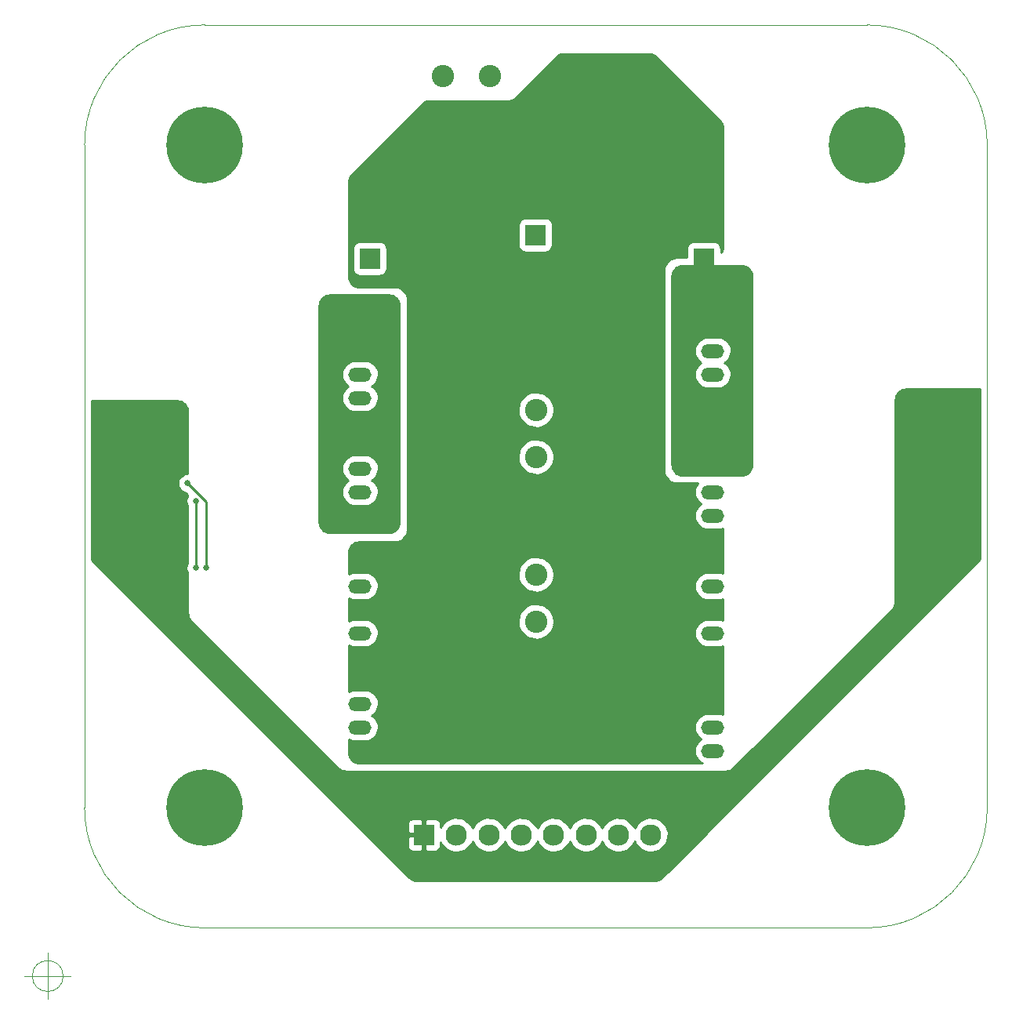
<source format=gbr>
G04 #@! TF.FileFunction,Copper,L2,Bot,Signal*
%FSLAX46Y46*%
G04 Gerber Fmt 4.6, Leading zero omitted, Abs format (unit mm)*
G04 Created by KiCad (PCBNEW 0.201502111101+5414~21~ubuntu14.04.1-product) date Fri 13 Feb 2015 01:12:51 AM CST*
%MOMM*%
G01*
G04 APERTURE LIST*
%ADD10C,0.100000*%
%ADD11C,8.255000*%
%ADD12O,2.499360X1.501140*%
%ADD13C,2.413000*%
%ADD14R,2.300000X2.300000*%
%ADD15C,2.300000*%
%ADD16R,2.200000X2.200000*%
%ADD17C,2.200000*%
%ADD18C,1.143000*%
%ADD19C,0.508000*%
%ADD20C,0.635000*%
%ADD21C,0.762000*%
%ADD22C,0.508000*%
%ADD23C,1.270000*%
%ADD24C,0.254000*%
G04 APERTURE END LIST*
D10*
X34686666Y-139700000D02*
G75*
G03X34686666Y-139700000I-1666666J0D01*
G01*
X30520000Y-139700000D02*
X35520000Y-139700000D01*
X33020000Y-137200000D02*
X33020000Y-142200000D01*
X121500000Y-134500000D02*
X50000000Y-134500000D01*
X134500000Y-50000000D02*
X134500000Y-121500000D01*
X50000000Y-37000000D02*
X121500000Y-37000000D01*
X37000000Y-121500000D02*
X37000000Y-50000000D01*
X121500000Y-134500000D02*
G75*
G03X134500000Y-121500000I0J13000000D01*
G01*
X134500000Y-50000000D02*
G75*
G03X121500000Y-37000000I-13000000J0D01*
G01*
X50000000Y-37000000D02*
G75*
G03X37000000Y-50000000I0J-13000000D01*
G01*
X37000000Y-121500000D02*
G75*
G03X50000000Y-134500000I13000000J0D01*
G01*
D11*
X50000000Y-50000000D03*
D12*
X66750000Y-74740000D03*
X66750000Y-72200000D03*
X66750000Y-77280000D03*
X66750000Y-112840000D03*
X66750000Y-110300000D03*
X66750000Y-115380000D03*
X104850000Y-74740000D03*
X104850000Y-77280000D03*
X104850000Y-72200000D03*
X104850000Y-112840000D03*
X104850000Y-115380000D03*
X104850000Y-110300000D03*
D11*
X50000000Y-121500000D03*
X121500000Y-50000000D03*
X121500000Y-121500000D03*
D13*
X75710000Y-42500000D03*
X80790000Y-42500000D03*
X95790000Y-42500000D03*
X90710000Y-42500000D03*
X85750400Y-83630000D03*
X85750400Y-78550000D03*
X85750400Y-101410000D03*
X85750400Y-96330000D03*
D12*
X66750000Y-87440000D03*
X66750000Y-84900000D03*
X66750000Y-89980000D03*
X66750000Y-100140000D03*
X66750000Y-97600000D03*
X66750000Y-102680000D03*
X104850000Y-87440000D03*
X104850000Y-89980000D03*
X104850000Y-84900000D03*
X104850000Y-100140000D03*
X104850000Y-102680000D03*
X104850000Y-97600000D03*
D14*
X73660000Y-124460000D03*
D15*
X77160000Y-124460000D03*
X80660000Y-124460000D03*
X84160000Y-124460000D03*
X87660000Y-124460000D03*
X91160000Y-124460000D03*
X94660000Y-124460000D03*
X98160000Y-124460000D03*
D16*
X67818000Y-62230000D03*
D17*
X67818000Y-54610000D03*
D16*
X85704000Y-59690000D03*
D17*
X85704000Y-67310000D03*
D16*
X103886000Y-62230000D03*
D17*
X103886000Y-54610000D03*
D18*
X63500000Y-67310000D03*
X63500000Y-69850000D03*
X63500000Y-72390000D03*
X66675000Y-69850000D03*
X66675000Y-67310000D03*
X69850000Y-67310000D03*
X69850000Y-69850000D03*
X69850000Y-72390000D03*
X107950000Y-69215000D03*
X104775000Y-69215000D03*
X101600000Y-69215000D03*
X101600000Y-66675000D03*
X104775000Y-66675000D03*
X107950000Y-66675000D03*
X107950000Y-64135000D03*
X101600000Y-64135000D03*
D19*
X92964000Y-118745000D03*
D20*
X129413000Y-84201000D03*
X41910000Y-89916000D03*
D19*
X47498000Y-78232000D03*
D20*
X48133000Y-86487000D03*
X50165000Y-95631000D03*
X49022000Y-88392000D03*
X49022000Y-95631000D03*
D21*
X66750000Y-89980000D02*
X68761680Y-89980000D01*
X68761680Y-89980000D02*
X69850000Y-88891680D01*
X69850000Y-88891680D02*
X69850000Y-73198223D01*
X69850000Y-73198223D02*
X69850000Y-72390000D01*
D22*
X63500000Y-72390000D02*
X63500000Y-69850000D01*
X66675000Y-67310000D02*
X66675000Y-69850000D01*
X69850000Y-69850000D02*
X69850000Y-67310000D01*
X66750000Y-72200000D02*
X69660000Y-72200000D01*
X69660000Y-72200000D02*
X69850000Y-72390000D01*
D23*
X107950000Y-74960720D02*
X107950000Y-69850000D01*
X105630720Y-77280000D02*
X107950000Y-74960720D01*
X104850000Y-77280000D02*
X105630720Y-77280000D01*
X104775000Y-69850000D02*
X101600000Y-69850000D01*
X101600000Y-67310000D02*
X104775000Y-67310000D01*
X107950000Y-67310000D02*
X107950000Y-64770000D01*
X104775000Y-64770000D02*
X101600000Y-64770000D01*
D24*
X85704000Y-67310000D02*
X73004000Y-54610000D01*
X73004000Y-54610000D02*
X67818000Y-54610000D01*
X50165000Y-88519000D02*
X50165000Y-95631000D01*
X48133000Y-86487000D02*
X50165000Y-88519000D01*
X49022000Y-88392000D02*
X49022000Y-95631000D01*
X63506239Y-66167000D02*
X69843761Y-66167000D01*
X62853070Y-66370200D02*
X70496931Y-66370200D01*
X62633789Y-66573400D02*
X70716212Y-66573400D01*
X62496009Y-66776600D02*
X70853992Y-66776600D01*
X62412124Y-66979800D02*
X70937877Y-66979800D01*
X62370123Y-67183000D02*
X70979878Y-67183000D01*
X62357000Y-67386200D02*
X70993000Y-67386200D01*
X62357000Y-67589400D02*
X70993000Y-67589400D01*
X62357000Y-67792600D02*
X70993000Y-67792600D01*
X62357000Y-67995800D02*
X70993000Y-67995800D01*
X62357000Y-68199000D02*
X70993000Y-68199000D01*
X62357000Y-68402200D02*
X70993000Y-68402200D01*
X62357000Y-68605400D02*
X70993000Y-68605400D01*
X62357000Y-68808600D02*
X70993000Y-68808600D01*
X62357000Y-69011800D02*
X70993000Y-69011800D01*
X62357000Y-69215000D02*
X70993000Y-69215000D01*
X62357000Y-69418200D02*
X70993000Y-69418200D01*
X62357000Y-69621400D02*
X70993000Y-69621400D01*
X62357000Y-69824600D02*
X70993000Y-69824600D01*
X62357000Y-70027800D02*
X70993000Y-70027800D01*
X62357000Y-70231000D02*
X70993000Y-70231000D01*
X62357000Y-70434200D02*
X70993000Y-70434200D01*
X62357000Y-70637400D02*
X70993000Y-70637400D01*
X62357000Y-70840600D02*
X70993000Y-70840600D01*
X62357000Y-71043800D02*
X70993000Y-71043800D01*
X62357000Y-71247000D02*
X70993000Y-71247000D01*
X62357000Y-71450200D02*
X70993000Y-71450200D01*
X62357000Y-71653400D02*
X70993000Y-71653400D01*
X62357000Y-71856600D02*
X70993000Y-71856600D01*
X62357000Y-72059800D02*
X70993000Y-72059800D01*
X62357000Y-72263000D02*
X70993000Y-72263000D01*
X62357000Y-72466200D02*
X70993000Y-72466200D01*
X62357000Y-72669400D02*
X70993000Y-72669400D01*
X62357000Y-72872600D02*
X70993000Y-72872600D01*
X62357000Y-73075800D02*
X70993000Y-73075800D01*
X62357000Y-73279000D02*
X65974376Y-73279000D01*
X67511505Y-73279000D02*
X70993000Y-73279000D01*
X62357000Y-73482200D02*
X65454223Y-73482200D01*
X68043051Y-73482200D02*
X70993000Y-73482200D01*
X62357000Y-73685400D02*
X65192828Y-73685400D01*
X68304480Y-73685400D02*
X70993000Y-73685400D01*
X62357000Y-73888600D02*
X65024726Y-73888600D01*
X68473318Y-73888600D02*
X70993000Y-73888600D01*
X62357000Y-74091800D02*
X64909187Y-74091800D01*
X68589977Y-74091800D02*
X70993000Y-74091800D01*
X62357000Y-74295000D02*
X64829667Y-74295000D01*
X68670594Y-74295000D02*
X70993000Y-74295000D01*
X62357000Y-74498200D02*
X64778468Y-74498200D01*
X68722904Y-74498200D02*
X70993000Y-74498200D01*
X62357000Y-74701400D02*
X64757110Y-74701400D01*
X68741397Y-74701400D02*
X70993000Y-74701400D01*
X62357000Y-74904600D02*
X64770070Y-74904600D01*
X68729646Y-74904600D02*
X70993000Y-74904600D01*
X62357000Y-75107800D02*
X64806684Y-75107800D01*
X68694231Y-75107800D02*
X70993000Y-75107800D01*
X62357000Y-75311000D02*
X64869664Y-75311000D01*
X68631330Y-75311000D02*
X70993000Y-75311000D01*
X62357000Y-75514200D02*
X64975894Y-75514200D01*
X68522686Y-75514200D02*
X70993000Y-75514200D01*
X62357000Y-75717400D02*
X65127989Y-75717400D01*
X68371037Y-75717400D02*
X70993000Y-75717400D01*
X62357000Y-75920600D02*
X65345680Y-75920600D01*
X68152940Y-75920600D02*
X70993000Y-75920600D01*
X62357000Y-76123800D02*
X65317142Y-76123800D01*
X68183398Y-76123800D02*
X70993000Y-76123800D01*
X62357000Y-76327000D02*
X65108777Y-76327000D01*
X68391629Y-76327000D02*
X70993000Y-76327000D01*
X62357000Y-76530200D02*
X64964121Y-76530200D01*
X68536862Y-76530200D02*
X70993000Y-76530200D01*
X62357000Y-76733400D02*
X64861117Y-76733400D01*
X68640692Y-76733400D02*
X70993000Y-76733400D01*
X62357000Y-76936600D02*
X64798216Y-76936600D01*
X68700497Y-76936600D02*
X70993000Y-76936600D01*
X62357000Y-77139800D02*
X64767789Y-77139800D01*
X68732150Y-77139800D02*
X70993000Y-77139800D01*
X62357000Y-77343000D02*
X64760824Y-77343000D01*
X68740325Y-77343000D02*
X68745855Y-77343000D01*
X68745855Y-77343000D02*
X70993000Y-77343000D01*
X62357000Y-77546200D02*
X64779317Y-77546200D01*
X68718968Y-77546200D02*
X68745855Y-77546200D01*
X68745855Y-77546200D02*
X70993000Y-77546200D01*
X62357000Y-77749400D02*
X64836587Y-77749400D01*
X68662780Y-77749400D02*
X68745855Y-77749400D01*
X68745855Y-77749400D02*
X70993000Y-77749400D01*
X62357000Y-77952600D02*
X64922779Y-77952600D01*
X68577620Y-77952600D02*
X68745855Y-77952600D01*
X68745855Y-77952600D02*
X70993000Y-77952600D01*
X62357000Y-78155800D02*
X65046300Y-78155800D01*
X68455088Y-78155800D02*
X68745855Y-78155800D01*
X68745855Y-78155800D02*
X70993000Y-78155800D01*
X62357000Y-78359000D02*
X65224598Y-78359000D01*
X68277514Y-78359000D02*
X68745855Y-78359000D01*
X68745855Y-78359000D02*
X70993000Y-78359000D01*
X62357000Y-78562200D02*
X65501333Y-78562200D01*
X67999888Y-78562200D02*
X68745855Y-78562200D01*
X68745855Y-78562200D02*
X70993000Y-78562200D01*
X62357000Y-78765400D02*
X66206028Y-78765400D01*
X67276773Y-78765400D02*
X68745855Y-78765400D01*
X68745855Y-78765400D02*
X70993000Y-78765400D01*
X62357000Y-78968600D02*
X68745855Y-78968600D01*
X68745855Y-78968600D02*
X70993000Y-78968600D01*
X62357000Y-79171800D02*
X68745855Y-79171800D01*
X68745855Y-79171800D02*
X70993000Y-79171800D01*
X62357000Y-79375000D02*
X68745855Y-79375000D01*
X68745855Y-79375000D02*
X70993000Y-79375000D01*
X62357000Y-79578200D02*
X68745855Y-79578200D01*
X68745855Y-79578200D02*
X70993000Y-79578200D01*
X62357000Y-79781400D02*
X68745855Y-79781400D01*
X68745855Y-79781400D02*
X70993000Y-79781400D01*
X62357000Y-79984600D02*
X68745855Y-79984600D01*
X68745855Y-79984600D02*
X70993000Y-79984600D01*
X62357000Y-80187800D02*
X68745855Y-80187800D01*
X68745855Y-80187800D02*
X70993000Y-80187800D01*
X62357000Y-80391000D02*
X68745855Y-80391000D01*
X68745855Y-80391000D02*
X70993000Y-80391000D01*
X62357000Y-80594200D02*
X68745855Y-80594200D01*
X68745855Y-80594200D02*
X70993000Y-80594200D01*
X62357000Y-80797400D02*
X68745855Y-80797400D01*
X68745855Y-80797400D02*
X70993000Y-80797400D01*
X62357000Y-81000600D02*
X68745855Y-81000600D01*
X68745855Y-81000600D02*
X70993000Y-81000600D01*
X62357000Y-81203800D02*
X68745855Y-81203800D01*
X68745855Y-81203800D02*
X70993000Y-81203800D01*
X62357000Y-81407000D02*
X68745855Y-81407000D01*
X68745855Y-81407000D02*
X70993000Y-81407000D01*
X62357000Y-81610200D02*
X68745855Y-81610200D01*
X68745855Y-81610200D02*
X70993000Y-81610200D01*
X62357000Y-81813400D02*
X68745855Y-81813400D01*
X68745855Y-81813400D02*
X70993000Y-81813400D01*
X62357000Y-82016600D02*
X68745855Y-82016600D01*
X68745855Y-82016600D02*
X70993000Y-82016600D01*
X62357000Y-82219800D02*
X68745855Y-82219800D01*
X68745855Y-82219800D02*
X70993000Y-82219800D01*
X62357000Y-82423000D02*
X68745855Y-82423000D01*
X68745855Y-82423000D02*
X70993000Y-82423000D01*
X62357000Y-82626200D02*
X68745855Y-82626200D01*
X68745855Y-82626200D02*
X70993000Y-82626200D01*
X62357000Y-82829400D02*
X68745855Y-82829400D01*
X68745855Y-82829400D02*
X70993000Y-82829400D01*
X62357000Y-83032600D02*
X68745855Y-83032600D01*
X68745855Y-83032600D02*
X70993000Y-83032600D01*
X62357000Y-83235800D02*
X68745855Y-83235800D01*
X68745855Y-83235800D02*
X70993000Y-83235800D01*
X62357000Y-83439000D02*
X65974376Y-83439000D01*
X67511505Y-83439000D02*
X68745855Y-83439000D01*
X68745855Y-83439000D02*
X70993000Y-83439000D01*
X62357000Y-83642200D02*
X65454223Y-83642200D01*
X68043051Y-83642200D02*
X68745855Y-83642200D01*
X68745855Y-83642200D02*
X70993000Y-83642200D01*
X62357000Y-83845400D02*
X65192828Y-83845400D01*
X68304480Y-83845400D02*
X68745855Y-83845400D01*
X68745855Y-83845400D02*
X70993000Y-83845400D01*
X62357000Y-84048600D02*
X65024726Y-84048600D01*
X68473318Y-84048600D02*
X68745855Y-84048600D01*
X68745855Y-84048600D02*
X70993000Y-84048600D01*
X62357000Y-84251800D02*
X64909187Y-84251800D01*
X68589977Y-84251800D02*
X68745855Y-84251800D01*
X68745855Y-84251800D02*
X70993000Y-84251800D01*
X62357000Y-84455000D02*
X64829667Y-84455000D01*
X68670594Y-84455000D02*
X68745855Y-84455000D01*
X68745855Y-84455000D02*
X70993000Y-84455000D01*
X62357000Y-84658200D02*
X64778468Y-84658200D01*
X68722904Y-84658200D02*
X68745855Y-84658200D01*
X68745855Y-84658200D02*
X70993000Y-84658200D01*
X62357000Y-84861400D02*
X64757110Y-84861400D01*
X68741397Y-84861400D02*
X68745855Y-84861400D01*
X68745855Y-84861400D02*
X70993000Y-84861400D01*
X62357000Y-85064600D02*
X64770070Y-85064600D01*
X68729646Y-85064600D02*
X70993000Y-85064600D01*
X62357000Y-85267800D02*
X64806684Y-85267800D01*
X68694231Y-85267800D02*
X70993000Y-85267800D01*
X62357000Y-85471000D02*
X64869664Y-85471000D01*
X68631330Y-85471000D02*
X70993000Y-85471000D01*
X62357000Y-85674200D02*
X64975894Y-85674200D01*
X68522686Y-85674200D02*
X70993000Y-85674200D01*
X62357000Y-85877400D02*
X65127989Y-85877400D01*
X68371037Y-85877400D02*
X70993000Y-85877400D01*
X62357000Y-86080600D02*
X65345680Y-86080600D01*
X68152940Y-86080600D02*
X70993000Y-86080600D01*
X62357000Y-86283800D02*
X65317142Y-86283800D01*
X68183398Y-86283800D02*
X70993000Y-86283800D01*
X62357000Y-86487000D02*
X65108777Y-86487000D01*
X68391629Y-86487000D02*
X70993000Y-86487000D01*
X62357000Y-86690200D02*
X64964121Y-86690200D01*
X68536862Y-86690200D02*
X70993000Y-86690200D01*
X62357000Y-86893400D02*
X64861117Y-86893400D01*
X68640692Y-86893400D02*
X70993000Y-86893400D01*
X62357000Y-87096600D02*
X64798216Y-87096600D01*
X68700497Y-87096600D02*
X70993000Y-87096600D01*
X62357000Y-87299800D02*
X64767789Y-87299800D01*
X68732150Y-87299800D02*
X70993000Y-87299800D01*
X62357000Y-87503000D02*
X64760824Y-87503000D01*
X68740325Y-87503000D02*
X68745855Y-87503000D01*
X68745855Y-87503000D02*
X70993000Y-87503000D01*
X62357000Y-87706200D02*
X64779317Y-87706200D01*
X68718968Y-87706200D02*
X68745855Y-87706200D01*
X68745855Y-87706200D02*
X70993000Y-87706200D01*
X62357000Y-87909400D02*
X64836587Y-87909400D01*
X68662780Y-87909400D02*
X68745855Y-87909400D01*
X68745855Y-87909400D02*
X70993000Y-87909400D01*
X62357000Y-88112600D02*
X64922779Y-88112600D01*
X68577620Y-88112600D02*
X68745855Y-88112600D01*
X68745855Y-88112600D02*
X70993000Y-88112600D01*
X62357000Y-88315800D02*
X65046300Y-88315800D01*
X68455088Y-88315800D02*
X68745855Y-88315800D01*
X68745855Y-88315800D02*
X70993000Y-88315800D01*
X62357000Y-88519000D02*
X65224598Y-88519000D01*
X68277514Y-88519000D02*
X68745855Y-88519000D01*
X68745855Y-88519000D02*
X70993000Y-88519000D01*
X62357000Y-88722200D02*
X65501333Y-88722200D01*
X67999888Y-88722200D02*
X68745855Y-88722200D01*
X68745855Y-88722200D02*
X70993000Y-88722200D01*
X62357000Y-88925400D02*
X66206028Y-88925400D01*
X67276773Y-88925400D02*
X68745855Y-88925400D01*
X68745855Y-88925400D02*
X70993000Y-88925400D01*
X62357000Y-89128600D02*
X68745855Y-89128600D01*
X68745855Y-89128600D02*
X70993000Y-89128600D01*
X62357000Y-89331800D02*
X68745855Y-89331800D01*
X68745855Y-89331800D02*
X70993000Y-89331800D01*
X62357000Y-89535000D02*
X68745855Y-89535000D01*
X68745855Y-89535000D02*
X70993000Y-89535000D01*
X62357000Y-89738200D02*
X68745855Y-89738200D01*
X68745855Y-89738200D02*
X70993000Y-89738200D01*
X62357000Y-89941400D02*
X68745855Y-89941400D01*
X68745855Y-89941400D02*
X70993000Y-89941400D01*
X62357000Y-90144600D02*
X68745855Y-90144600D01*
X68745855Y-90144600D02*
X70993000Y-90144600D01*
X62357000Y-90347800D02*
X68745855Y-90347800D01*
X68745855Y-90347800D02*
X70993000Y-90347800D01*
X62357000Y-90551000D02*
X68745855Y-90551000D01*
X68745855Y-90551000D02*
X70993000Y-90551000D01*
X62365119Y-90754200D02*
X68745855Y-90754200D01*
X68745855Y-90754200D02*
X70984880Y-90754200D01*
X62396713Y-90957400D02*
X68745855Y-90957400D01*
X68745855Y-90957400D02*
X70953286Y-90957400D01*
X62468855Y-91160600D02*
X68745855Y-91160600D01*
X68745855Y-91160600D02*
X70881144Y-91160600D01*
X62592098Y-91363800D02*
X68745855Y-91363800D01*
X68745855Y-91363800D02*
X70757901Y-91363800D01*
X62791168Y-91567000D02*
X68745855Y-91567000D01*
X68745855Y-91567000D02*
X70558831Y-91567000D01*
X63184052Y-91770200D02*
X68745855Y-91770200D01*
X68745855Y-91770200D02*
X70165947Y-91770200D01*
X70993000Y-90671761D02*
X70970435Y-90900869D01*
X70905427Y-91115172D01*
X70799858Y-91312675D01*
X70657789Y-91485789D01*
X70484675Y-91627858D01*
X70287172Y-91733427D01*
X70072869Y-91798435D01*
X69843761Y-91821000D01*
X68745855Y-91821000D01*
X68745855Y-87450382D01*
X68719549Y-87161332D01*
X68637601Y-86882896D01*
X68503132Y-86625680D01*
X68321263Y-86399482D01*
X68098923Y-86212916D01*
X68021829Y-86170533D01*
X68081708Y-86138695D01*
X68306632Y-85955252D01*
X68491641Y-85731615D01*
X68629688Y-85476302D01*
X68715516Y-85199037D01*
X68745855Y-84910382D01*
X68745855Y-77290382D01*
X68719549Y-77001332D01*
X68637601Y-76722896D01*
X68503132Y-76465680D01*
X68321263Y-76239482D01*
X68098923Y-76052916D01*
X68021829Y-76010533D01*
X68081708Y-75978695D01*
X68306632Y-75795252D01*
X68491641Y-75571615D01*
X68629688Y-75316302D01*
X68715516Y-75039037D01*
X68745855Y-74750382D01*
X68719549Y-74461332D01*
X68637601Y-74182896D01*
X68503132Y-73925680D01*
X68321263Y-73699482D01*
X68098923Y-73512916D01*
X67844580Y-73373089D01*
X67567921Y-73285328D01*
X67279485Y-73252975D01*
X67258721Y-73252830D01*
X66241279Y-73252830D01*
X65952419Y-73281153D01*
X65674563Y-73365043D01*
X65418292Y-73501305D01*
X65193368Y-73684748D01*
X65008359Y-73908385D01*
X64870312Y-74163698D01*
X64784484Y-74440963D01*
X64754145Y-74729618D01*
X64780451Y-75018668D01*
X64862399Y-75297104D01*
X64996868Y-75554320D01*
X65178737Y-75780518D01*
X65401077Y-75967084D01*
X65478170Y-76009466D01*
X65418292Y-76041305D01*
X65193368Y-76224748D01*
X65008359Y-76448385D01*
X64870312Y-76703698D01*
X64784484Y-76980963D01*
X64754145Y-77269618D01*
X64780451Y-77558668D01*
X64862399Y-77837104D01*
X64996868Y-78094320D01*
X65178737Y-78320518D01*
X65401077Y-78507084D01*
X65655420Y-78646911D01*
X65932079Y-78734672D01*
X66220515Y-78767025D01*
X66241279Y-78767170D01*
X67258721Y-78767170D01*
X67547581Y-78738847D01*
X67825437Y-78654957D01*
X68081708Y-78518695D01*
X68306632Y-78335252D01*
X68491641Y-78111615D01*
X68629688Y-77856302D01*
X68715516Y-77579037D01*
X68745855Y-77290382D01*
X68745855Y-84910382D01*
X68719549Y-84621332D01*
X68637601Y-84342896D01*
X68503132Y-84085680D01*
X68321263Y-83859482D01*
X68098923Y-83672916D01*
X67844580Y-83533089D01*
X67567921Y-83445328D01*
X67279485Y-83412975D01*
X67258721Y-83412830D01*
X66241279Y-83412830D01*
X65952419Y-83441153D01*
X65674563Y-83525043D01*
X65418292Y-83661305D01*
X65193368Y-83844748D01*
X65008359Y-84068385D01*
X64870312Y-84323698D01*
X64784484Y-84600963D01*
X64754145Y-84889618D01*
X64780451Y-85178668D01*
X64862399Y-85457104D01*
X64996868Y-85714320D01*
X65178737Y-85940518D01*
X65401077Y-86127084D01*
X65478170Y-86169466D01*
X65418292Y-86201305D01*
X65193368Y-86384748D01*
X65008359Y-86608385D01*
X64870312Y-86863698D01*
X64784484Y-87140963D01*
X64754145Y-87429618D01*
X64780451Y-87718668D01*
X64862399Y-87997104D01*
X64996868Y-88254320D01*
X65178737Y-88480518D01*
X65401077Y-88667084D01*
X65655420Y-88806911D01*
X65932079Y-88894672D01*
X66220515Y-88927025D01*
X66241279Y-88927170D01*
X67258721Y-88927170D01*
X67547581Y-88898847D01*
X67825437Y-88814957D01*
X68081708Y-88678695D01*
X68306632Y-88495252D01*
X68491641Y-88271615D01*
X68629688Y-88016302D01*
X68715516Y-87739037D01*
X68745855Y-87450382D01*
X68745855Y-91821000D01*
X63506239Y-91821000D01*
X63277131Y-91798435D01*
X63062828Y-91733427D01*
X62865325Y-91627858D01*
X62692211Y-91485789D01*
X62550142Y-91312675D01*
X62444573Y-91115172D01*
X62379565Y-90900869D01*
X62357000Y-90671761D01*
X62357000Y-67316239D01*
X62379565Y-67087131D01*
X62444573Y-66872828D01*
X62550142Y-66675325D01*
X62692211Y-66502211D01*
X62865325Y-66360142D01*
X63062828Y-66254573D01*
X63277131Y-66189565D01*
X63506239Y-66167000D01*
X69843761Y-66167000D01*
X70072869Y-66189565D01*
X70287172Y-66254573D01*
X70484675Y-66360142D01*
X70657789Y-66502211D01*
X70799858Y-66675325D01*
X70905427Y-66872828D01*
X70970435Y-67087131D01*
X70993000Y-67316239D01*
X70993000Y-90671761D01*
X101606239Y-62992000D02*
X107943761Y-62992000D01*
X100953070Y-63195200D02*
X108596931Y-63195200D01*
X100733789Y-63398400D02*
X108816212Y-63398400D01*
X100596009Y-63601600D02*
X108953992Y-63601600D01*
X100512124Y-63804800D02*
X109037877Y-63804800D01*
X100470123Y-64008000D02*
X109079878Y-64008000D01*
X100457000Y-64211200D02*
X109093000Y-64211200D01*
X100457000Y-64414400D02*
X109093000Y-64414400D01*
X100457000Y-64617600D02*
X109093000Y-64617600D01*
X100457000Y-64820800D02*
X109093000Y-64820800D01*
X100457000Y-65024000D02*
X109093000Y-65024000D01*
X100457000Y-65227200D02*
X109093000Y-65227200D01*
X100457000Y-65430400D02*
X109093000Y-65430400D01*
X100457000Y-65633600D02*
X109093000Y-65633600D01*
X100457000Y-65836800D02*
X109093000Y-65836800D01*
X100457000Y-66040000D02*
X109093000Y-66040000D01*
X100457000Y-66243200D02*
X109093000Y-66243200D01*
X100457000Y-66446400D02*
X109093000Y-66446400D01*
X100457000Y-66649600D02*
X109093000Y-66649600D01*
X100457000Y-66852800D02*
X109093000Y-66852800D01*
X100457000Y-67056000D02*
X109093000Y-67056000D01*
X100457000Y-67259200D02*
X109093000Y-67259200D01*
X100457000Y-67462400D02*
X109093000Y-67462400D01*
X100457000Y-67665600D02*
X109093000Y-67665600D01*
X100457000Y-67868800D02*
X109093000Y-67868800D01*
X100457000Y-68072000D02*
X109093000Y-68072000D01*
X100457000Y-68275200D02*
X109093000Y-68275200D01*
X100457000Y-68478400D02*
X109093000Y-68478400D01*
X100457000Y-68681600D02*
X109093000Y-68681600D01*
X100457000Y-68884800D02*
X109093000Y-68884800D01*
X100457000Y-69088000D02*
X109093000Y-69088000D01*
X100457000Y-69291200D02*
X109093000Y-69291200D01*
X100457000Y-69494400D02*
X109093000Y-69494400D01*
X100457000Y-69697600D02*
X109093000Y-69697600D01*
X100457000Y-69900800D02*
X109093000Y-69900800D01*
X100457000Y-70104000D02*
X109093000Y-70104000D01*
X100457000Y-70307200D02*
X109093000Y-70307200D01*
X100457000Y-70510400D02*
X109093000Y-70510400D01*
X100457000Y-70713600D02*
X104333425Y-70713600D01*
X105385057Y-70713600D02*
X109093000Y-70713600D01*
X100457000Y-70916800D02*
X103601993Y-70916800D01*
X106096848Y-70916800D02*
X109093000Y-70916800D01*
X100457000Y-71120000D02*
X103323712Y-71120000D01*
X106374210Y-71120000D02*
X109093000Y-71120000D01*
X100457000Y-71323200D02*
X103145739Y-71323200D01*
X106552896Y-71323200D02*
X109093000Y-71323200D01*
X100457000Y-71526400D02*
X103022920Y-71526400D01*
X106676698Y-71526400D02*
X109093000Y-71526400D01*
X100457000Y-71729600D02*
X102937529Y-71729600D01*
X106763119Y-71729600D02*
X109093000Y-71729600D01*
X100457000Y-71932800D02*
X102881137Y-71932800D01*
X106820592Y-71932800D02*
X109093000Y-71932800D01*
X100457000Y-72136000D02*
X102859780Y-72136000D01*
X106839085Y-72136000D02*
X109093000Y-72136000D01*
X100457000Y-72339200D02*
X102867759Y-72339200D01*
X106832316Y-72339200D02*
X109093000Y-72339200D01*
X100457000Y-72542400D02*
X102899209Y-72542400D01*
X106802093Y-72542400D02*
X109093000Y-72542400D01*
X100457000Y-72745600D02*
X102959014Y-72745600D01*
X106739192Y-72745600D02*
X109093000Y-72745600D01*
X100457000Y-72948800D02*
X103062616Y-72948800D01*
X106636419Y-72948800D02*
X109093000Y-72948800D01*
X100457000Y-73152000D02*
X103207567Y-73152000D01*
X106492050Y-73152000D02*
X109093000Y-73152000D01*
X100457000Y-73355200D02*
X103415410Y-73355200D01*
X106284084Y-73355200D02*
X109093000Y-73355200D01*
X100457000Y-73558400D02*
X103448286Y-73558400D01*
X106253128Y-73558400D02*
X109093000Y-73558400D01*
X100457000Y-73761600D02*
X103229790Y-73761600D01*
X106471207Y-73761600D02*
X109093000Y-73761600D01*
X100457000Y-73964800D02*
X103077855Y-73964800D01*
X106623583Y-73964800D02*
X109093000Y-73964800D01*
X100457000Y-74168000D02*
X102968980Y-74168000D01*
X106729813Y-74168000D02*
X109093000Y-74168000D01*
X100457000Y-74371200D02*
X102906079Y-74371200D01*
X106793021Y-74371200D02*
X109093000Y-74371200D01*
X100457000Y-74574400D02*
X102870459Y-74574400D01*
X106829839Y-74574400D02*
X109093000Y-74574400D01*
X100457000Y-74777600D02*
X102858512Y-74777600D01*
X106842995Y-74777600D02*
X106845855Y-74777600D01*
X106845855Y-74777600D02*
X109093000Y-74777600D01*
X100457000Y-74980800D02*
X102877005Y-74980800D01*
X106821637Y-74980800D02*
X106845855Y-74980800D01*
X106845855Y-74980800D02*
X109093000Y-74980800D01*
X100457000Y-75184000D02*
X102929111Y-75184000D01*
X106770643Y-75184000D02*
X106845855Y-75184000D01*
X106845855Y-75184000D02*
X109093000Y-75184000D01*
X100457000Y-75387200D02*
X103009500Y-75387200D01*
X106691354Y-75387200D02*
X106845855Y-75387200D01*
X106845855Y-75387200D02*
X109093000Y-75387200D01*
X100457000Y-75590400D02*
X103125878Y-75590400D01*
X106576101Y-75590400D02*
X106845855Y-75590400D01*
X106845855Y-75590400D02*
X109093000Y-75590400D01*
X100457000Y-75793600D02*
X103294328Y-75793600D01*
X106407999Y-75793600D02*
X106845855Y-75793600D01*
X106845855Y-75793600D02*
X109093000Y-75793600D01*
X100457000Y-75996800D02*
X103555130Y-75996800D01*
X106147658Y-75996800D02*
X106845855Y-75996800D01*
X106845855Y-75996800D02*
X109093000Y-75996800D01*
X100457000Y-76200000D02*
X104079580Y-76200000D01*
X105635822Y-76200000D02*
X106845855Y-76200000D01*
X106845855Y-76200000D02*
X109093000Y-76200000D01*
X100457000Y-76403200D02*
X106845855Y-76403200D01*
X106845855Y-76403200D02*
X109093000Y-76403200D01*
X100457000Y-76606400D02*
X106845855Y-76606400D01*
X106845855Y-76606400D02*
X109093000Y-76606400D01*
X100457000Y-76809600D02*
X106845855Y-76809600D01*
X106845855Y-76809600D02*
X109093000Y-76809600D01*
X100457000Y-77012800D02*
X106845855Y-77012800D01*
X106845855Y-77012800D02*
X109093000Y-77012800D01*
X100457000Y-77216000D02*
X106845855Y-77216000D01*
X106845855Y-77216000D02*
X109093000Y-77216000D01*
X100457000Y-77419200D02*
X106845855Y-77419200D01*
X106845855Y-77419200D02*
X109093000Y-77419200D01*
X100457000Y-77622400D02*
X106845855Y-77622400D01*
X106845855Y-77622400D02*
X109093000Y-77622400D01*
X100457000Y-77825600D02*
X106845855Y-77825600D01*
X106845855Y-77825600D02*
X109093000Y-77825600D01*
X100457000Y-78028800D02*
X106845855Y-78028800D01*
X106845855Y-78028800D02*
X109093000Y-78028800D01*
X100457000Y-78232000D02*
X106845855Y-78232000D01*
X106845855Y-78232000D02*
X109093000Y-78232000D01*
X100457000Y-78435200D02*
X106845855Y-78435200D01*
X106845855Y-78435200D02*
X109093000Y-78435200D01*
X100457000Y-78638400D02*
X106845855Y-78638400D01*
X106845855Y-78638400D02*
X109093000Y-78638400D01*
X100457000Y-78841600D02*
X106845855Y-78841600D01*
X106845855Y-78841600D02*
X109093000Y-78841600D01*
X100457000Y-79044800D02*
X106845855Y-79044800D01*
X106845855Y-79044800D02*
X109093000Y-79044800D01*
X100457000Y-79248000D02*
X106845855Y-79248000D01*
X106845855Y-79248000D02*
X109093000Y-79248000D01*
X100457000Y-79451200D02*
X106845855Y-79451200D01*
X106845855Y-79451200D02*
X109093000Y-79451200D01*
X100457000Y-79654400D02*
X106845855Y-79654400D01*
X106845855Y-79654400D02*
X109093000Y-79654400D01*
X100457000Y-79857600D02*
X106845855Y-79857600D01*
X106845855Y-79857600D02*
X109093000Y-79857600D01*
X100457000Y-80060800D02*
X106845855Y-80060800D01*
X106845855Y-80060800D02*
X109093000Y-80060800D01*
X100457000Y-80264000D02*
X106845855Y-80264000D01*
X106845855Y-80264000D02*
X109093000Y-80264000D01*
X100457000Y-80467200D02*
X106845855Y-80467200D01*
X106845855Y-80467200D02*
X109093000Y-80467200D01*
X100457000Y-80670400D02*
X106845855Y-80670400D01*
X106845855Y-80670400D02*
X109093000Y-80670400D01*
X100457000Y-80873600D02*
X106845855Y-80873600D01*
X106845855Y-80873600D02*
X109093000Y-80873600D01*
X100457000Y-81076800D02*
X106845855Y-81076800D01*
X106845855Y-81076800D02*
X109093000Y-81076800D01*
X100457000Y-81280000D02*
X106845855Y-81280000D01*
X106845855Y-81280000D02*
X109093000Y-81280000D01*
X100457000Y-81483200D02*
X106845855Y-81483200D01*
X106845855Y-81483200D02*
X109093000Y-81483200D01*
X100457000Y-81686400D02*
X106845855Y-81686400D01*
X106845855Y-81686400D02*
X109093000Y-81686400D01*
X100457000Y-81889600D02*
X106845855Y-81889600D01*
X106845855Y-81889600D02*
X109093000Y-81889600D01*
X100457000Y-82092800D02*
X106845855Y-82092800D01*
X106845855Y-82092800D02*
X109093000Y-82092800D01*
X100457000Y-82296000D02*
X106845855Y-82296000D01*
X106845855Y-82296000D02*
X109093000Y-82296000D01*
X100457000Y-82499200D02*
X106845855Y-82499200D01*
X106845855Y-82499200D02*
X109093000Y-82499200D01*
X100457000Y-82702400D02*
X106845855Y-82702400D01*
X106845855Y-82702400D02*
X109093000Y-82702400D01*
X100457000Y-82905600D02*
X106845855Y-82905600D01*
X106845855Y-82905600D02*
X109093000Y-82905600D01*
X100457000Y-83108800D02*
X106845855Y-83108800D01*
X106845855Y-83108800D02*
X109093000Y-83108800D01*
X100457000Y-83312000D02*
X106845855Y-83312000D01*
X106845855Y-83312000D02*
X109093000Y-83312000D01*
X100457000Y-83515200D02*
X106845855Y-83515200D01*
X106845855Y-83515200D02*
X109093000Y-83515200D01*
X100457000Y-83718400D02*
X106845855Y-83718400D01*
X106845855Y-83718400D02*
X109093000Y-83718400D01*
X100457000Y-83921600D02*
X106845855Y-83921600D01*
X106845855Y-83921600D02*
X109093000Y-83921600D01*
X100457000Y-84124800D02*
X106845855Y-84124800D01*
X106845855Y-84124800D02*
X109093000Y-84124800D01*
X100457000Y-84328000D02*
X106845855Y-84328000D01*
X106845855Y-84328000D02*
X109093000Y-84328000D01*
X100465119Y-84531200D02*
X106845855Y-84531200D01*
X106845855Y-84531200D02*
X109084880Y-84531200D01*
X100496713Y-84734400D02*
X106845855Y-84734400D01*
X106845855Y-84734400D02*
X109053286Y-84734400D01*
X100568855Y-84937600D02*
X106845855Y-84937600D01*
X106845855Y-84937600D02*
X108981144Y-84937600D01*
X100692098Y-85140800D02*
X106845855Y-85140800D01*
X106845855Y-85140800D02*
X108857901Y-85140800D01*
X100891168Y-85344000D02*
X106845855Y-85344000D01*
X106845855Y-85344000D02*
X108658831Y-85344000D01*
X101284052Y-85547200D02*
X106845855Y-85547200D01*
X106845855Y-85547200D02*
X108265947Y-85547200D01*
X109093000Y-84448761D02*
X109070435Y-84677869D01*
X109005427Y-84892172D01*
X108899858Y-85089675D01*
X108757789Y-85262789D01*
X108584675Y-85404858D01*
X108387172Y-85510427D01*
X108172869Y-85575435D01*
X107943761Y-85598000D01*
X106845855Y-85598000D01*
X106845855Y-74750382D01*
X106819549Y-74461332D01*
X106737601Y-74182896D01*
X106603132Y-73925680D01*
X106421263Y-73699482D01*
X106198923Y-73512916D01*
X106121829Y-73470533D01*
X106181708Y-73438695D01*
X106406632Y-73255252D01*
X106591641Y-73031615D01*
X106729688Y-72776302D01*
X106815516Y-72499037D01*
X106845855Y-72210382D01*
X106819549Y-71921332D01*
X106737601Y-71642896D01*
X106603132Y-71385680D01*
X106421263Y-71159482D01*
X106198923Y-70972916D01*
X105944580Y-70833089D01*
X105667921Y-70745328D01*
X105379485Y-70712975D01*
X105358721Y-70712830D01*
X104341279Y-70712830D01*
X104052419Y-70741153D01*
X103774563Y-70825043D01*
X103518292Y-70961305D01*
X103293368Y-71144748D01*
X103108359Y-71368385D01*
X102970312Y-71623698D01*
X102884484Y-71900963D01*
X102854145Y-72189618D01*
X102880451Y-72478668D01*
X102962399Y-72757104D01*
X103096868Y-73014320D01*
X103278737Y-73240518D01*
X103501077Y-73427084D01*
X103578170Y-73469466D01*
X103518292Y-73501305D01*
X103293368Y-73684748D01*
X103108359Y-73908385D01*
X102970312Y-74163698D01*
X102884484Y-74440963D01*
X102854145Y-74729618D01*
X102880451Y-75018668D01*
X102962399Y-75297104D01*
X103096868Y-75554320D01*
X103278737Y-75780518D01*
X103501077Y-75967084D01*
X103755420Y-76106911D01*
X104032079Y-76194672D01*
X104320515Y-76227025D01*
X104341279Y-76227170D01*
X105358721Y-76227170D01*
X105647581Y-76198847D01*
X105925437Y-76114957D01*
X106181708Y-75978695D01*
X106406632Y-75795252D01*
X106591641Y-75571615D01*
X106729688Y-75316302D01*
X106815516Y-75039037D01*
X106845855Y-74750382D01*
X106845855Y-85598000D01*
X101606239Y-85598000D01*
X101377131Y-85575435D01*
X101162828Y-85510427D01*
X100965325Y-85404858D01*
X100792211Y-85262789D01*
X100650142Y-85089675D01*
X100544573Y-84892172D01*
X100479565Y-84677869D01*
X100457000Y-84448761D01*
X100457000Y-64141239D01*
X100479565Y-63912131D01*
X100544573Y-63697828D01*
X100650142Y-63500325D01*
X100792211Y-63327211D01*
X100965325Y-63185142D01*
X101162828Y-63079573D01*
X101377131Y-63014565D01*
X101606239Y-62992000D01*
X107943761Y-62992000D01*
X108172869Y-63014565D01*
X108387172Y-63079573D01*
X108584675Y-63185142D01*
X108757789Y-63327211D01*
X108899858Y-63500325D01*
X109005427Y-63697828D01*
X109070435Y-63912131D01*
X109093000Y-64141239D01*
X109093000Y-84448761D01*
X88796041Y-40132000D02*
X97893959Y-40132000D01*
X88144593Y-40335200D02*
X98545408Y-40335200D01*
X87911205Y-40538400D02*
X98778795Y-40538400D01*
X87708005Y-40741600D02*
X98981995Y-40741600D01*
X87504805Y-40944800D02*
X99185195Y-40944800D01*
X87301605Y-41148000D02*
X99388395Y-41148000D01*
X87098405Y-41351200D02*
X99591595Y-41351200D01*
X86895205Y-41554400D02*
X99794795Y-41554400D01*
X86692005Y-41757600D02*
X99997995Y-41757600D01*
X86488805Y-41960800D02*
X100201195Y-41960800D01*
X86285605Y-42164000D02*
X100404395Y-42164000D01*
X86082405Y-42367200D02*
X100607595Y-42367200D01*
X85879205Y-42570400D02*
X100810795Y-42570400D01*
X85676005Y-42773600D02*
X101013995Y-42773600D01*
X85472805Y-42976800D02*
X101217195Y-42976800D01*
X85269605Y-43180000D02*
X101420395Y-43180000D01*
X85066405Y-43383200D02*
X101623595Y-43383200D01*
X84863205Y-43586400D02*
X101826795Y-43586400D01*
X84660005Y-43789600D02*
X102029995Y-43789600D01*
X84456805Y-43992800D02*
X102233195Y-43992800D01*
X84253605Y-44196000D02*
X102436395Y-44196000D01*
X84050405Y-44399200D02*
X102639595Y-44399200D01*
X83847205Y-44602400D02*
X102842795Y-44602400D01*
X83644005Y-44805600D02*
X103045995Y-44805600D01*
X83377044Y-45008800D02*
X103249195Y-45008800D01*
X74318041Y-45212000D02*
X103452395Y-45212000D01*
X73666593Y-45415200D02*
X103655595Y-45415200D01*
X73433205Y-45618400D02*
X103858795Y-45618400D01*
X73230005Y-45821600D02*
X104061995Y-45821600D01*
X73026805Y-46024800D02*
X104265195Y-46024800D01*
X72823605Y-46228000D02*
X104468395Y-46228000D01*
X72620405Y-46431200D02*
X104671595Y-46431200D01*
X72417205Y-46634400D02*
X104874795Y-46634400D01*
X72214005Y-46837600D02*
X105077995Y-46837600D01*
X72010805Y-47040800D02*
X105281195Y-47040800D01*
X71807605Y-47244000D02*
X105484395Y-47244000D01*
X71604405Y-47447200D02*
X105668088Y-47447200D01*
X71401205Y-47650400D02*
X105796497Y-47650400D01*
X71198005Y-47853600D02*
X105872811Y-47853600D01*
X70994805Y-48056800D02*
X105908103Y-48056800D01*
X70791605Y-48260000D02*
X105918000Y-48260000D01*
X70588405Y-48463200D02*
X105918000Y-48463200D01*
X70385205Y-48666400D02*
X105918000Y-48666400D01*
X70182005Y-48869600D02*
X105918000Y-48869600D01*
X69978805Y-49072800D02*
X105918000Y-49072800D01*
X69775605Y-49276000D02*
X105918000Y-49276000D01*
X69572405Y-49479200D02*
X105918000Y-49479200D01*
X69369205Y-49682400D02*
X105918000Y-49682400D01*
X69166005Y-49885600D02*
X105918000Y-49885600D01*
X68962805Y-50088800D02*
X105918000Y-50088800D01*
X68759605Y-50292000D02*
X105918000Y-50292000D01*
X68556405Y-50495200D02*
X105918000Y-50495200D01*
X68353205Y-50698400D02*
X105918000Y-50698400D01*
X68150005Y-50901600D02*
X105918000Y-50901600D01*
X67946805Y-51104800D02*
X105918000Y-51104800D01*
X67743605Y-51308000D02*
X105918000Y-51308000D01*
X67540405Y-51511200D02*
X105918000Y-51511200D01*
X67337205Y-51714400D02*
X105918000Y-51714400D01*
X67134005Y-51917600D02*
X105918000Y-51917600D01*
X66930805Y-52120800D02*
X105918000Y-52120800D01*
X66727605Y-52324000D02*
X105918000Y-52324000D01*
X66524405Y-52527200D02*
X105918000Y-52527200D01*
X66321205Y-52730400D02*
X105918000Y-52730400D01*
X66118005Y-52933600D02*
X105918000Y-52933600D01*
X65914805Y-53136800D02*
X105918000Y-53136800D01*
X65739240Y-53340000D02*
X105918000Y-53340000D01*
X65628399Y-53543200D02*
X105918000Y-53543200D01*
X65562764Y-53746400D02*
X105918000Y-53746400D01*
X65535813Y-53949600D02*
X105918000Y-53949600D01*
X65532000Y-54152800D02*
X105918000Y-54152800D01*
X65532000Y-54356000D02*
X105918000Y-54356000D01*
X65532000Y-54559200D02*
X105918000Y-54559200D01*
X65532000Y-54762400D02*
X105918000Y-54762400D01*
X65532000Y-54965600D02*
X105918000Y-54965600D01*
X65532000Y-55168800D02*
X105918000Y-55168800D01*
X65532000Y-55372000D02*
X105918000Y-55372000D01*
X65532000Y-55575200D02*
X105918000Y-55575200D01*
X65532000Y-55778400D02*
X105918000Y-55778400D01*
X65532000Y-55981600D02*
X105918000Y-55981600D01*
X65532000Y-56184800D02*
X105918000Y-56184800D01*
X65532000Y-56388000D02*
X105918000Y-56388000D01*
X65532000Y-56591200D02*
X105918000Y-56591200D01*
X65532000Y-56794400D02*
X105918000Y-56794400D01*
X65532000Y-56997600D02*
X105918000Y-56997600D01*
X65532000Y-57200800D02*
X105918000Y-57200800D01*
X65532000Y-57404000D02*
X105918000Y-57404000D01*
X65532000Y-57607200D02*
X105918000Y-57607200D01*
X65532000Y-57810400D02*
X105918000Y-57810400D01*
X65532000Y-58013600D02*
X84147108Y-58013600D01*
X87257403Y-58013600D02*
X105918000Y-58013600D01*
X65532000Y-58216800D02*
X83968301Y-58216800D01*
X87435805Y-58216800D02*
X105918000Y-58216800D01*
X65532000Y-58420000D02*
X83887941Y-58420000D01*
X87518667Y-58420000D02*
X105918000Y-58420000D01*
X65532000Y-58623200D02*
X83863836Y-58623200D01*
X87544164Y-58623200D02*
X105918000Y-58623200D01*
X65532000Y-58826400D02*
X83863836Y-58826400D01*
X87544164Y-58826400D02*
X105918000Y-58826400D01*
X65532000Y-59029600D02*
X83863836Y-59029600D01*
X87544164Y-59029600D02*
X105918000Y-59029600D01*
X65532000Y-59232800D02*
X83863836Y-59232800D01*
X87544164Y-59232800D02*
X105918000Y-59232800D01*
X65532000Y-59436000D02*
X83863836Y-59436000D01*
X87544164Y-59436000D02*
X105918000Y-59436000D01*
X65532000Y-59639200D02*
X83863836Y-59639200D01*
X87544164Y-59639200D02*
X105918000Y-59639200D01*
X65532000Y-59842400D02*
X83863836Y-59842400D01*
X87544164Y-59842400D02*
X105918000Y-59842400D01*
X65532000Y-60045600D02*
X83863836Y-60045600D01*
X87544164Y-60045600D02*
X105918000Y-60045600D01*
X65532000Y-60248800D02*
X83863836Y-60248800D01*
X87544164Y-60248800D02*
X105918000Y-60248800D01*
X65532000Y-60452000D02*
X66430736Y-60452000D01*
X69197127Y-60452000D02*
X83863836Y-60452000D01*
X87544164Y-60452000D02*
X102498736Y-60452000D01*
X105265127Y-60452000D02*
X105918000Y-60452000D01*
X65532000Y-60655200D02*
X66159780Y-60655200D01*
X69482543Y-60655200D02*
X83863836Y-60655200D01*
X87544164Y-60655200D02*
X102227780Y-60655200D01*
X105550543Y-60655200D02*
X105918000Y-60655200D01*
X65532000Y-60858400D02*
X66036615Y-60858400D01*
X69600897Y-60858400D02*
X83869396Y-60858400D01*
X87534465Y-60858400D02*
X87544164Y-60858400D01*
X87544164Y-60858400D02*
X102104615Y-60858400D01*
X105668897Y-60858400D02*
X105918000Y-60858400D01*
X65532000Y-61061600D02*
X65987535Y-61061600D01*
X69652604Y-61061600D02*
X83921103Y-61061600D01*
X87485385Y-61061600D02*
X87544164Y-61061600D01*
X87544164Y-61061600D02*
X102055535Y-61061600D01*
X105720604Y-61061600D02*
X105907378Y-61061600D01*
X65532000Y-61264800D02*
X65977836Y-61264800D01*
X69658164Y-61264800D02*
X84039457Y-61264800D01*
X87362220Y-61264800D02*
X87544164Y-61264800D01*
X87544164Y-61264800D02*
X102045836Y-61264800D01*
X105726164Y-61264800D02*
X105870581Y-61264800D01*
X65532000Y-61468000D02*
X65977836Y-61468000D01*
X69658164Y-61468000D02*
X84324873Y-61468000D01*
X87091264Y-61468000D02*
X87544164Y-61468000D01*
X87544164Y-61468000D02*
X102045836Y-61468000D01*
X105726164Y-61468000D02*
X105792567Y-61468000D01*
X65532000Y-61671200D02*
X65977836Y-61671200D01*
X69658164Y-61671200D02*
X87544164Y-61671200D01*
X87544164Y-61671200D02*
X102045836Y-61671200D01*
X65532000Y-61874400D02*
X65977836Y-61874400D01*
X69658164Y-61874400D02*
X87544164Y-61874400D01*
X87544164Y-61874400D02*
X102045836Y-61874400D01*
X65532000Y-62077600D02*
X65977836Y-62077600D01*
X69658164Y-62077600D02*
X87544164Y-62077600D01*
X87544164Y-62077600D02*
X102045836Y-62077600D01*
X65532000Y-62280800D02*
X65977836Y-62280800D01*
X69658164Y-62280800D02*
X87544164Y-62280800D01*
X87544164Y-62280800D02*
X100295402Y-62280800D01*
X65532000Y-62484000D02*
X65977836Y-62484000D01*
X69658164Y-62484000D02*
X87544164Y-62484000D01*
X87544164Y-62484000D02*
X100010534Y-62484000D01*
X65532000Y-62687200D02*
X65977836Y-62687200D01*
X69658164Y-62687200D02*
X87544164Y-62687200D01*
X87544164Y-62687200D02*
X99832738Y-62687200D01*
X65532000Y-62890400D02*
X65977836Y-62890400D01*
X69658164Y-62890400D02*
X87544164Y-62890400D01*
X87544164Y-62890400D02*
X99713730Y-62890400D01*
X65532000Y-63093600D02*
X65977836Y-63093600D01*
X69658164Y-63093600D02*
X87544164Y-63093600D01*
X87544164Y-63093600D02*
X99634810Y-63093600D01*
X65532000Y-63296800D02*
X65977836Y-63296800D01*
X69658164Y-63296800D02*
X87544164Y-63296800D01*
X87544164Y-63296800D02*
X99587399Y-63296800D01*
X65532000Y-63500000D02*
X66003333Y-63500000D01*
X69634059Y-63500000D02*
X69658164Y-63500000D01*
X69658164Y-63500000D02*
X87544164Y-63500000D01*
X87544164Y-63500000D02*
X99568000Y-63500000D01*
X65532000Y-63703200D02*
X66086195Y-63703200D01*
X69553699Y-63703200D02*
X69658164Y-63703200D01*
X69658164Y-63703200D02*
X87544164Y-63703200D01*
X87544164Y-63703200D02*
X99568000Y-63703200D01*
X65532000Y-63906400D02*
X66264597Y-63906400D01*
X69374892Y-63906400D02*
X69658164Y-63906400D01*
X69658164Y-63906400D02*
X87544164Y-63906400D01*
X87544164Y-63906400D02*
X99568000Y-63906400D01*
X65532000Y-64109600D02*
X69658164Y-64109600D01*
X69658164Y-64109600D02*
X87544164Y-64109600D01*
X87544164Y-64109600D02*
X99568000Y-64109600D01*
X65550126Y-64312800D02*
X69658164Y-64312800D01*
X69658164Y-64312800D02*
X87544164Y-64312800D01*
X87544164Y-64312800D02*
X99568000Y-64312800D01*
X65602533Y-64516000D02*
X69658164Y-64516000D01*
X69658164Y-64516000D02*
X87544164Y-64516000D01*
X87544164Y-64516000D02*
X99568000Y-64516000D01*
X65698162Y-64719200D02*
X69658164Y-64719200D01*
X69658164Y-64719200D02*
X87544164Y-64719200D01*
X87544164Y-64719200D02*
X99568000Y-64719200D01*
X65850478Y-64922400D02*
X69658164Y-64922400D01*
X69658164Y-64922400D02*
X87544164Y-64922400D01*
X87544164Y-64922400D02*
X99568000Y-64922400D01*
X66116546Y-65125600D02*
X69658164Y-65125600D01*
X69658164Y-65125600D02*
X87544164Y-65125600D01*
X87544164Y-65125600D02*
X99568000Y-65125600D01*
X70838621Y-65328800D02*
X87544164Y-65328800D01*
X87544164Y-65328800D02*
X99568000Y-65328800D01*
X71284714Y-65532000D02*
X87544164Y-65532000D01*
X87544164Y-65532000D02*
X99568000Y-65532000D01*
X71513035Y-65735200D02*
X87544164Y-65735200D01*
X87544164Y-65735200D02*
X99568000Y-65735200D01*
X71668386Y-65938400D02*
X87544164Y-65938400D01*
X87544164Y-65938400D02*
X99568000Y-65938400D01*
X71776665Y-66141600D02*
X87544164Y-66141600D01*
X87544164Y-66141600D02*
X99568000Y-66141600D01*
X71838304Y-66344800D02*
X87544164Y-66344800D01*
X87544164Y-66344800D02*
X99568000Y-66344800D01*
X71870105Y-66548000D02*
X87544164Y-66548000D01*
X87544164Y-66548000D02*
X99568000Y-66548000D01*
X71882000Y-66751200D02*
X87544164Y-66751200D01*
X87544164Y-66751200D02*
X99568000Y-66751200D01*
X71882000Y-66954400D02*
X87544164Y-66954400D01*
X87544164Y-66954400D02*
X99568000Y-66954400D01*
X71882000Y-67157600D02*
X87544164Y-67157600D01*
X87544164Y-67157600D02*
X99568000Y-67157600D01*
X71882000Y-67360800D02*
X87544164Y-67360800D01*
X87544164Y-67360800D02*
X99568000Y-67360800D01*
X71882000Y-67564000D02*
X87544164Y-67564000D01*
X87544164Y-67564000D02*
X99568000Y-67564000D01*
X71882000Y-67767200D02*
X87544164Y-67767200D01*
X87544164Y-67767200D02*
X99568000Y-67767200D01*
X71882000Y-67970400D02*
X87544164Y-67970400D01*
X87544164Y-67970400D02*
X99568000Y-67970400D01*
X71882000Y-68173600D02*
X87544164Y-68173600D01*
X87544164Y-68173600D02*
X99568000Y-68173600D01*
X71882000Y-68376800D02*
X87544164Y-68376800D01*
X87544164Y-68376800D02*
X99568000Y-68376800D01*
X71882000Y-68580000D02*
X87544164Y-68580000D01*
X87544164Y-68580000D02*
X99568000Y-68580000D01*
X71882000Y-68783200D02*
X87544164Y-68783200D01*
X87544164Y-68783200D02*
X99568000Y-68783200D01*
X71882000Y-68986400D02*
X87544164Y-68986400D01*
X87544164Y-68986400D02*
X99568000Y-68986400D01*
X71882000Y-69189600D02*
X87544164Y-69189600D01*
X87544164Y-69189600D02*
X99568000Y-69189600D01*
X71882000Y-69392800D02*
X87544164Y-69392800D01*
X87544164Y-69392800D02*
X99568000Y-69392800D01*
X71882000Y-69596000D02*
X87544164Y-69596000D01*
X87544164Y-69596000D02*
X99568000Y-69596000D01*
X71882000Y-69799200D02*
X87544164Y-69799200D01*
X87544164Y-69799200D02*
X99568000Y-69799200D01*
X71882000Y-70002400D02*
X87544164Y-70002400D01*
X87544164Y-70002400D02*
X99568000Y-70002400D01*
X71882000Y-70205600D02*
X87544164Y-70205600D01*
X87544164Y-70205600D02*
X99568000Y-70205600D01*
X71882000Y-70408800D02*
X87544164Y-70408800D01*
X87544164Y-70408800D02*
X99568000Y-70408800D01*
X71882000Y-70612000D02*
X87544164Y-70612000D01*
X87544164Y-70612000D02*
X99568000Y-70612000D01*
X71882000Y-70815200D02*
X87544164Y-70815200D01*
X87544164Y-70815200D02*
X99568000Y-70815200D01*
X71882000Y-71018400D02*
X87544164Y-71018400D01*
X87544164Y-71018400D02*
X99568000Y-71018400D01*
X71882000Y-71221600D02*
X87544164Y-71221600D01*
X87544164Y-71221600D02*
X99568000Y-71221600D01*
X71882000Y-71424800D02*
X87544164Y-71424800D01*
X87544164Y-71424800D02*
X99568000Y-71424800D01*
X71882000Y-71628000D02*
X87544164Y-71628000D01*
X87544164Y-71628000D02*
X99568000Y-71628000D01*
X71882000Y-71831200D02*
X87544164Y-71831200D01*
X87544164Y-71831200D02*
X99568000Y-71831200D01*
X71882000Y-72034400D02*
X87544164Y-72034400D01*
X87544164Y-72034400D02*
X99568000Y-72034400D01*
X71882000Y-72237600D02*
X87544164Y-72237600D01*
X87544164Y-72237600D02*
X99568000Y-72237600D01*
X71882000Y-72440800D02*
X87544164Y-72440800D01*
X87544164Y-72440800D02*
X99568000Y-72440800D01*
X71882000Y-72644000D02*
X87544164Y-72644000D01*
X87544164Y-72644000D02*
X99568000Y-72644000D01*
X71882000Y-72847200D02*
X87544164Y-72847200D01*
X87544164Y-72847200D02*
X99568000Y-72847200D01*
X71882000Y-73050400D02*
X87544164Y-73050400D01*
X87544164Y-73050400D02*
X99568000Y-73050400D01*
X71882000Y-73253600D02*
X87544164Y-73253600D01*
X87544164Y-73253600D02*
X99568000Y-73253600D01*
X71882000Y-73456800D02*
X87544164Y-73456800D01*
X87544164Y-73456800D02*
X99568000Y-73456800D01*
X71882000Y-73660000D02*
X87544164Y-73660000D01*
X87544164Y-73660000D02*
X99568000Y-73660000D01*
X71882000Y-73863200D02*
X87544164Y-73863200D01*
X87544164Y-73863200D02*
X99568000Y-73863200D01*
X71882000Y-74066400D02*
X87544164Y-74066400D01*
X87544164Y-74066400D02*
X99568000Y-74066400D01*
X71882000Y-74269600D02*
X87544164Y-74269600D01*
X87544164Y-74269600D02*
X99568000Y-74269600D01*
X71882000Y-74472800D02*
X87544164Y-74472800D01*
X87544164Y-74472800D02*
X99568000Y-74472800D01*
X71882000Y-74676000D02*
X87544164Y-74676000D01*
X87544164Y-74676000D02*
X99568000Y-74676000D01*
X71882000Y-74879200D02*
X87544164Y-74879200D01*
X87544164Y-74879200D02*
X99568000Y-74879200D01*
X71882000Y-75082400D02*
X87544164Y-75082400D01*
X87544164Y-75082400D02*
X99568000Y-75082400D01*
X71882000Y-75285600D02*
X87544164Y-75285600D01*
X87544164Y-75285600D02*
X99568000Y-75285600D01*
X71882000Y-75488800D02*
X87544164Y-75488800D01*
X87544164Y-75488800D02*
X99568000Y-75488800D01*
X71882000Y-75692000D02*
X87544164Y-75692000D01*
X87544164Y-75692000D02*
X99568000Y-75692000D01*
X71882000Y-75895200D02*
X87544164Y-75895200D01*
X87544164Y-75895200D02*
X99568000Y-75895200D01*
X71882000Y-76098400D02*
X87544164Y-76098400D01*
X87544164Y-76098400D02*
X99568000Y-76098400D01*
X71882000Y-76301600D02*
X87544164Y-76301600D01*
X87544164Y-76301600D02*
X99568000Y-76301600D01*
X71882000Y-76504800D02*
X87544164Y-76504800D01*
X87544164Y-76504800D02*
X99568000Y-76504800D01*
X71882000Y-76708000D02*
X85122246Y-76708000D01*
X86382921Y-76708000D02*
X87544164Y-76708000D01*
X87544164Y-76708000D02*
X99568000Y-76708000D01*
X71882000Y-76911200D02*
X84705965Y-76911200D01*
X86795758Y-76911200D02*
X87544164Y-76911200D01*
X87544164Y-76911200D02*
X99568000Y-76911200D01*
X71882000Y-77114400D02*
X84439074Y-77114400D01*
X87063321Y-77114400D02*
X87544164Y-77114400D01*
X87544164Y-77114400D02*
X99568000Y-77114400D01*
X71882000Y-77317600D02*
X84239192Y-77317600D01*
X87264569Y-77317600D02*
X87544164Y-77317600D01*
X87544164Y-77317600D02*
X99568000Y-77317600D01*
X71882000Y-77520800D02*
X84100057Y-77520800D01*
X87399574Y-77520800D02*
X87544164Y-77520800D01*
X87544164Y-77520800D02*
X99568000Y-77520800D01*
X71882000Y-77724000D02*
X83990280Y-77724000D01*
X87511717Y-77724000D02*
X87544164Y-77724000D01*
X87544164Y-77724000D02*
X99568000Y-77724000D01*
X71882000Y-77927200D02*
X83903189Y-77927200D01*
X87595470Y-77927200D02*
X99568000Y-77927200D01*
X71882000Y-78130400D02*
X83852993Y-78130400D01*
X87648226Y-78130400D02*
X99568000Y-78130400D01*
X71882000Y-78333600D02*
X83810048Y-78333600D01*
X87688460Y-78333600D02*
X99568000Y-78333600D01*
X71882000Y-78536800D02*
X83807211Y-78536800D01*
X87691108Y-78536800D02*
X87693583Y-78536800D01*
X87693583Y-78536800D02*
X99568000Y-78536800D01*
X71882000Y-78740000D02*
X83809632Y-78740000D01*
X87688270Y-78740000D02*
X87693583Y-78740000D01*
X87693583Y-78740000D02*
X99568000Y-78740000D01*
X71882000Y-78943200D02*
X83846926Y-78943200D01*
X87653771Y-78943200D02*
X87693583Y-78943200D01*
X87693583Y-78943200D02*
X99568000Y-78943200D01*
X71882000Y-79146400D02*
X83896586Y-79146400D01*
X87607605Y-79146400D02*
X87693583Y-79146400D01*
X87693583Y-79146400D02*
X99568000Y-79146400D01*
X71882000Y-79349600D02*
X83977038Y-79349600D01*
X87521475Y-79349600D02*
X87693583Y-79349600D01*
X87693583Y-79349600D02*
X99568000Y-79349600D01*
X71882000Y-79552800D02*
X84084907Y-79552800D01*
X87421019Y-79552800D02*
X87693583Y-79552800D01*
X87693583Y-79552800D02*
X99568000Y-79552800D01*
X71882000Y-79756000D02*
X84215860Y-79756000D01*
X87277677Y-79756000D02*
X87693583Y-79756000D01*
X87693583Y-79756000D02*
X99568000Y-79756000D01*
X71882000Y-79959200D02*
X84409907Y-79959200D01*
X87088356Y-79959200D02*
X87693583Y-79959200D01*
X87693583Y-79959200D02*
X99568000Y-79959200D01*
X71882000Y-80162400D02*
X84665509Y-80162400D01*
X86836179Y-80162400D02*
X87693583Y-80162400D01*
X87693583Y-80162400D02*
X99568000Y-80162400D01*
X71882000Y-80365600D02*
X85052421Y-80365600D01*
X86442988Y-80365600D02*
X87693583Y-80365600D01*
X87693583Y-80365600D02*
X99568000Y-80365600D01*
X71882000Y-80568800D02*
X87693583Y-80568800D01*
X87693583Y-80568800D02*
X99568000Y-80568800D01*
X71882000Y-80772000D02*
X87693583Y-80772000D01*
X87693583Y-80772000D02*
X99568000Y-80772000D01*
X71882000Y-80975200D02*
X87693583Y-80975200D01*
X87693583Y-80975200D02*
X99568000Y-80975200D01*
X71882000Y-81178400D02*
X87693583Y-81178400D01*
X87693583Y-81178400D02*
X99568000Y-81178400D01*
X71882000Y-81381600D02*
X87693583Y-81381600D01*
X87693583Y-81381600D02*
X99568000Y-81381600D01*
X71882000Y-81584800D02*
X87693583Y-81584800D01*
X87693583Y-81584800D02*
X99568000Y-81584800D01*
X71882000Y-81788000D02*
X85122246Y-81788000D01*
X86382921Y-81788000D02*
X87693583Y-81788000D01*
X87693583Y-81788000D02*
X99568000Y-81788000D01*
X71882000Y-81991200D02*
X84705965Y-81991200D01*
X86795758Y-81991200D02*
X87693583Y-81991200D01*
X87693583Y-81991200D02*
X99568000Y-81991200D01*
X71882000Y-82194400D02*
X84439074Y-82194400D01*
X87063321Y-82194400D02*
X87693583Y-82194400D01*
X87693583Y-82194400D02*
X99568000Y-82194400D01*
X71882000Y-82397600D02*
X84239192Y-82397600D01*
X87264569Y-82397600D02*
X87693583Y-82397600D01*
X87693583Y-82397600D02*
X99568000Y-82397600D01*
X71882000Y-82600800D02*
X84100057Y-82600800D01*
X87399574Y-82600800D02*
X87693583Y-82600800D01*
X87693583Y-82600800D02*
X99568000Y-82600800D01*
X71882000Y-82804000D02*
X83990280Y-82804000D01*
X87511717Y-82804000D02*
X87693583Y-82804000D01*
X87693583Y-82804000D02*
X99568000Y-82804000D01*
X71882000Y-83007200D02*
X83903189Y-83007200D01*
X87595470Y-83007200D02*
X87693583Y-83007200D01*
X87693583Y-83007200D02*
X99568000Y-83007200D01*
X71882000Y-83210400D02*
X83852993Y-83210400D01*
X87648226Y-83210400D02*
X87693583Y-83210400D01*
X87693583Y-83210400D02*
X99568000Y-83210400D01*
X71882000Y-83413600D02*
X83810048Y-83413600D01*
X87688460Y-83413600D02*
X87693583Y-83413600D01*
X87693583Y-83413600D02*
X99568000Y-83413600D01*
X71882000Y-83616800D02*
X83807211Y-83616800D01*
X87691108Y-83616800D02*
X87693583Y-83616800D01*
X87693583Y-83616800D02*
X99568000Y-83616800D01*
X71882000Y-83820000D02*
X83809632Y-83820000D01*
X87688270Y-83820000D02*
X87693583Y-83820000D01*
X87693583Y-83820000D02*
X99568000Y-83820000D01*
X71882000Y-84023200D02*
X83846926Y-84023200D01*
X87653771Y-84023200D02*
X87693583Y-84023200D01*
X87693583Y-84023200D02*
X99568000Y-84023200D01*
X71882000Y-84226400D02*
X83896586Y-84226400D01*
X87607605Y-84226400D02*
X87693583Y-84226400D01*
X87693583Y-84226400D02*
X99568000Y-84226400D01*
X71882000Y-84429600D02*
X83977038Y-84429600D01*
X87521475Y-84429600D02*
X87693583Y-84429600D01*
X87693583Y-84429600D02*
X99568000Y-84429600D01*
X71882000Y-84632800D02*
X84084907Y-84632800D01*
X87421019Y-84632800D02*
X87693583Y-84632800D01*
X87693583Y-84632800D02*
X99568000Y-84632800D01*
X71882000Y-84836000D02*
X84215860Y-84836000D01*
X87277677Y-84836000D02*
X87693583Y-84836000D01*
X87693583Y-84836000D02*
X99568000Y-84836000D01*
X71882000Y-85039200D02*
X84409907Y-85039200D01*
X87088356Y-85039200D02*
X87693583Y-85039200D01*
X87693583Y-85039200D02*
X99568000Y-85039200D01*
X71882000Y-85242400D02*
X84665509Y-85242400D01*
X86836179Y-85242400D02*
X87693583Y-85242400D01*
X87693583Y-85242400D02*
X99582396Y-85242400D01*
X71882000Y-85445600D02*
X85052421Y-85445600D01*
X86442988Y-85445600D02*
X87693583Y-85445600D01*
X87693583Y-85445600D02*
X99619401Y-85445600D01*
X71882000Y-85648800D02*
X87693583Y-85648800D01*
X87693583Y-85648800D02*
X99686578Y-85648800D01*
X71882000Y-85852000D02*
X87693583Y-85852000D01*
X87693583Y-85852000D02*
X99795191Y-85852000D01*
X71882000Y-86055200D02*
X87693583Y-86055200D01*
X87693583Y-86055200D02*
X99957810Y-86055200D01*
X71882000Y-86258400D02*
X87693583Y-86258400D01*
X87693583Y-86258400D02*
X100200363Y-86258400D01*
X71882000Y-86461600D02*
X87693583Y-86461600D01*
X87693583Y-86461600D02*
X100700878Y-86461600D01*
X71882000Y-86664800D02*
X87693583Y-86664800D01*
X87693583Y-86664800D02*
X103077855Y-86664800D01*
X71882000Y-86868000D02*
X87693583Y-86868000D01*
X87693583Y-86868000D02*
X102968980Y-86868000D01*
X71882000Y-87071200D02*
X87693583Y-87071200D01*
X87693583Y-87071200D02*
X102906079Y-87071200D01*
X71882000Y-87274400D02*
X87693583Y-87274400D01*
X87693583Y-87274400D02*
X102870459Y-87274400D01*
X71882000Y-87477600D02*
X87693583Y-87477600D01*
X87693583Y-87477600D02*
X102858512Y-87477600D01*
X71882000Y-87680800D02*
X87693583Y-87680800D01*
X87693583Y-87680800D02*
X102877005Y-87680800D01*
X71882000Y-87884000D02*
X87693583Y-87884000D01*
X87693583Y-87884000D02*
X102929111Y-87884000D01*
X71882000Y-88087200D02*
X87693583Y-88087200D01*
X87693583Y-88087200D02*
X103009500Y-88087200D01*
X71882000Y-88290400D02*
X87693583Y-88290400D01*
X87693583Y-88290400D02*
X103125878Y-88290400D01*
X71882000Y-88493600D02*
X87693583Y-88493600D01*
X87693583Y-88493600D02*
X103294328Y-88493600D01*
X71882000Y-88696800D02*
X87693583Y-88696800D01*
X87693583Y-88696800D02*
X103555131Y-88696800D01*
X71882000Y-88900000D02*
X87693583Y-88900000D01*
X87693583Y-88900000D02*
X103323712Y-88900000D01*
X71882000Y-89103200D02*
X87693583Y-89103200D01*
X87693583Y-89103200D02*
X103145739Y-89103200D01*
X71882000Y-89306400D02*
X87693583Y-89306400D01*
X87693583Y-89306400D02*
X103022920Y-89306400D01*
X71882000Y-89509600D02*
X87693583Y-89509600D01*
X87693583Y-89509600D02*
X102937529Y-89509600D01*
X71882000Y-89712800D02*
X87693583Y-89712800D01*
X87693583Y-89712800D02*
X102881137Y-89712800D01*
X71882000Y-89916000D02*
X87693583Y-89916000D01*
X87693583Y-89916000D02*
X102859780Y-89916000D01*
X71882000Y-90119200D02*
X87693583Y-90119200D01*
X87693583Y-90119200D02*
X102867759Y-90119200D01*
X71882000Y-90322400D02*
X87693583Y-90322400D01*
X87693583Y-90322400D02*
X102899209Y-90322400D01*
X71882000Y-90525600D02*
X87693583Y-90525600D01*
X87693583Y-90525600D02*
X102959014Y-90525600D01*
X71882000Y-90728800D02*
X87693583Y-90728800D01*
X87693583Y-90728800D02*
X103062616Y-90728800D01*
X71882000Y-90932000D02*
X87693583Y-90932000D01*
X87693583Y-90932000D02*
X103207567Y-90932000D01*
X71882000Y-91135200D02*
X87693583Y-91135200D01*
X87693583Y-91135200D02*
X103415410Y-91135200D01*
X71882000Y-91338400D02*
X87693583Y-91338400D01*
X87693583Y-91338400D02*
X103739939Y-91338400D01*
X71872608Y-91541600D02*
X87693583Y-91541600D01*
X87693583Y-91541600D02*
X105918000Y-91541600D01*
X71846010Y-91744800D02*
X87693583Y-91744800D01*
X87693583Y-91744800D02*
X105918000Y-91744800D01*
X71784371Y-91948000D02*
X87693583Y-91948000D01*
X87693583Y-91948000D02*
X105918000Y-91948000D01*
X71681964Y-92151200D02*
X87693583Y-92151200D01*
X87693583Y-92151200D02*
X105918000Y-92151200D01*
X71533881Y-92354400D02*
X87693583Y-92354400D01*
X87693583Y-92354400D02*
X105918000Y-92354400D01*
X71315665Y-92557600D02*
X87693583Y-92557600D01*
X87693583Y-92557600D02*
X105918000Y-92557600D01*
X70922355Y-92760800D02*
X87693583Y-92760800D01*
X87693583Y-92760800D02*
X105918000Y-92760800D01*
X66164067Y-92964000D02*
X87693583Y-92964000D01*
X87693583Y-92964000D02*
X105918000Y-92964000D01*
X65873318Y-93167200D02*
X87693583Y-93167200D01*
X87693583Y-93167200D02*
X105918000Y-93167200D01*
X65711739Y-93370400D02*
X87693583Y-93370400D01*
X87693583Y-93370400D02*
X105918000Y-93370400D01*
X65610239Y-93573600D02*
X87693583Y-93573600D01*
X87693583Y-93573600D02*
X105918000Y-93573600D01*
X65552628Y-93776800D02*
X87693583Y-93776800D01*
X87693583Y-93776800D02*
X105918000Y-93776800D01*
X65532615Y-93980000D02*
X87693583Y-93980000D01*
X87693583Y-93980000D02*
X105918000Y-93980000D01*
X65532000Y-94183200D02*
X87693583Y-94183200D01*
X87693583Y-94183200D02*
X105918000Y-94183200D01*
X65532000Y-94386400D02*
X85568900Y-94386400D01*
X85697496Y-94386400D02*
X87693583Y-94386400D01*
X87693583Y-94386400D02*
X105918000Y-94386400D01*
X65532000Y-94589600D02*
X84870777Y-94589600D01*
X86624618Y-94589600D02*
X87693583Y-94589600D01*
X87693583Y-94589600D02*
X105918000Y-94589600D01*
X65532000Y-94792800D02*
X84550704Y-94792800D01*
X86946386Y-94792800D02*
X87693583Y-94792800D01*
X87693583Y-94792800D02*
X105918000Y-94792800D01*
X65532000Y-94996000D02*
X84335324Y-94996000D01*
X87164214Y-94996000D02*
X87693583Y-94996000D01*
X87693583Y-94996000D02*
X105918000Y-94996000D01*
X65532000Y-95199200D02*
X84169625Y-95199200D01*
X87332072Y-95199200D02*
X87693583Y-95199200D01*
X87693583Y-95199200D02*
X105918000Y-95199200D01*
X65532000Y-95402400D02*
X84033826Y-95402400D01*
X87467077Y-95402400D02*
X87693583Y-95402400D01*
X87693583Y-95402400D02*
X105918000Y-95402400D01*
X65532000Y-95605600D02*
X83946734Y-95605600D01*
X87553594Y-95605600D02*
X87693583Y-95605600D01*
X87693583Y-95605600D02*
X105918000Y-95605600D01*
X65532000Y-95808800D02*
X83874588Y-95808800D01*
X87628108Y-95808800D02*
X87693583Y-95808800D01*
X87693583Y-95808800D02*
X105918000Y-95808800D01*
X65532000Y-96012000D02*
X83831397Y-96012000D01*
X87668343Y-96012000D02*
X87693583Y-96012000D01*
X87693583Y-96012000D02*
X105918000Y-96012000D01*
X65532000Y-96215200D02*
X65707164Y-96215200D01*
X67788186Y-96215200D02*
X83808630Y-96215200D01*
X87692526Y-96215200D02*
X87693583Y-96215200D01*
X87693583Y-96215200D02*
X103807164Y-96215200D01*
X105888187Y-96215200D02*
X105918000Y-96215200D01*
X68153128Y-96418400D02*
X83805792Y-96418400D01*
X87689689Y-96418400D02*
X87693583Y-96418400D01*
X87693583Y-96418400D02*
X103448286Y-96418400D01*
X68371207Y-96621600D02*
X83828279Y-96621600D01*
X87676854Y-96621600D02*
X87693583Y-96621600D01*
X87693583Y-96621600D02*
X103229790Y-96621600D01*
X68523583Y-96824800D02*
X83865573Y-96824800D01*
X87630688Y-96824800D02*
X87693583Y-96824800D01*
X87693583Y-96824800D02*
X103077855Y-96824800D01*
X68629813Y-97028000D02*
X83936812Y-97028000D01*
X87566710Y-97028000D02*
X87693583Y-97028000D01*
X87693583Y-97028000D02*
X102968980Y-97028000D01*
X68693021Y-97231200D02*
X84019430Y-97231200D01*
X87476240Y-97231200D02*
X87693583Y-97231200D01*
X87693583Y-97231200D02*
X102906079Y-97231200D01*
X68729839Y-97434400D02*
X84150384Y-97434400D01*
X87349348Y-97434400D02*
X87693583Y-97434400D01*
X87693583Y-97434400D02*
X102870459Y-97434400D01*
X68742995Y-97637600D02*
X84311793Y-97637600D01*
X87195047Y-97637600D02*
X87693583Y-97637600D01*
X87693583Y-97637600D02*
X102858512Y-97637600D01*
X68721637Y-97840800D02*
X84519326Y-97840800D01*
X86981666Y-97840800D02*
X87693583Y-97840800D01*
X87693583Y-97840800D02*
X102877005Y-97840800D01*
X68670643Y-98044000D02*
X84819868Y-98044000D01*
X86676083Y-98044000D02*
X87693583Y-98044000D01*
X87693583Y-98044000D02*
X102929111Y-98044000D01*
X68591354Y-98247200D02*
X85421124Y-98247200D01*
X86067765Y-98247200D02*
X87693583Y-98247200D01*
X87693583Y-98247200D02*
X103009500Y-98247200D01*
X68476101Y-98450400D02*
X87693583Y-98450400D01*
X87693583Y-98450400D02*
X103125878Y-98450400D01*
X68307999Y-98653600D02*
X87693583Y-98653600D01*
X87693583Y-98653600D02*
X103294328Y-98653600D01*
X68047658Y-98856800D02*
X87693583Y-98856800D01*
X87693583Y-98856800D02*
X103555130Y-98856800D01*
X65532000Y-99060000D02*
X65979580Y-99060000D01*
X67535822Y-99060000D02*
X87693583Y-99060000D01*
X87693583Y-99060000D02*
X104079580Y-99060000D01*
X105635822Y-99060000D02*
X105918000Y-99060000D01*
X65532000Y-99263200D02*
X87693583Y-99263200D01*
X87693583Y-99263200D02*
X105918000Y-99263200D01*
X65532000Y-99466400D02*
X85568900Y-99466400D01*
X85697496Y-99466400D02*
X87693583Y-99466400D01*
X87693583Y-99466400D02*
X105918000Y-99466400D01*
X65532000Y-99669600D02*
X84870777Y-99669600D01*
X86624618Y-99669600D02*
X87693583Y-99669600D01*
X87693583Y-99669600D02*
X105918000Y-99669600D01*
X65532000Y-99872800D02*
X84550704Y-99872800D01*
X86946386Y-99872800D02*
X87693583Y-99872800D01*
X87693583Y-99872800D02*
X105918000Y-99872800D01*
X65532000Y-100076000D02*
X84335324Y-100076000D01*
X87164214Y-100076000D02*
X87693583Y-100076000D01*
X87693583Y-100076000D02*
X105918000Y-100076000D01*
X65532000Y-100279200D02*
X84169625Y-100279200D01*
X87332072Y-100279200D02*
X87693583Y-100279200D01*
X87693583Y-100279200D02*
X105918000Y-100279200D01*
X65532000Y-100482400D02*
X84033826Y-100482400D01*
X87467077Y-100482400D02*
X87693583Y-100482400D01*
X87693583Y-100482400D02*
X105918000Y-100482400D01*
X65532000Y-100685600D02*
X83946734Y-100685600D01*
X87553594Y-100685600D02*
X87693583Y-100685600D01*
X87693583Y-100685600D02*
X105918000Y-100685600D01*
X65532000Y-100888800D02*
X83874588Y-100888800D01*
X87628108Y-100888800D02*
X87693583Y-100888800D01*
X87693583Y-100888800D02*
X105918000Y-100888800D01*
X65532000Y-101092000D02*
X83831397Y-101092000D01*
X87668343Y-101092000D02*
X87693583Y-101092000D01*
X87693583Y-101092000D02*
X105918000Y-101092000D01*
X65532000Y-101295200D02*
X65707164Y-101295200D01*
X67788186Y-101295200D02*
X83808630Y-101295200D01*
X87692526Y-101295200D02*
X87693583Y-101295200D01*
X87693583Y-101295200D02*
X103807164Y-101295200D01*
X105888187Y-101295200D02*
X105918000Y-101295200D01*
X68153128Y-101498400D02*
X83805792Y-101498400D01*
X87689689Y-101498400D02*
X87693583Y-101498400D01*
X87693583Y-101498400D02*
X103448286Y-101498400D01*
X68371207Y-101701600D02*
X83828279Y-101701600D01*
X87676854Y-101701600D02*
X87693583Y-101701600D01*
X87693583Y-101701600D02*
X103229790Y-101701600D01*
X68523583Y-101904800D02*
X83865573Y-101904800D01*
X87630688Y-101904800D02*
X87693583Y-101904800D01*
X87693583Y-101904800D02*
X103077855Y-101904800D01*
X68629813Y-102108000D02*
X83936812Y-102108000D01*
X87566710Y-102108000D02*
X87693583Y-102108000D01*
X87693583Y-102108000D02*
X102968980Y-102108000D01*
X68693021Y-102311200D02*
X84019430Y-102311200D01*
X87476240Y-102311200D02*
X87693583Y-102311200D01*
X87693583Y-102311200D02*
X102906079Y-102311200D01*
X68729839Y-102514400D02*
X84150384Y-102514400D01*
X87349348Y-102514400D02*
X87693583Y-102514400D01*
X87693583Y-102514400D02*
X102870459Y-102514400D01*
X68742995Y-102717600D02*
X84311793Y-102717600D01*
X87195047Y-102717600D02*
X87693583Y-102717600D01*
X87693583Y-102717600D02*
X102858512Y-102717600D01*
X68721637Y-102920800D02*
X84519326Y-102920800D01*
X86981666Y-102920800D02*
X87693583Y-102920800D01*
X87693583Y-102920800D02*
X102877005Y-102920800D01*
X68670643Y-103124000D02*
X84819868Y-103124000D01*
X86676083Y-103124000D02*
X87693583Y-103124000D01*
X87693583Y-103124000D02*
X102929111Y-103124000D01*
X68591354Y-103327200D02*
X85421124Y-103327200D01*
X86067765Y-103327200D02*
X87693583Y-103327200D01*
X87693583Y-103327200D02*
X103009500Y-103327200D01*
X68476101Y-103530400D02*
X87693583Y-103530400D01*
X87693583Y-103530400D02*
X103125878Y-103530400D01*
X68307999Y-103733600D02*
X87693583Y-103733600D01*
X87693583Y-103733600D02*
X103294328Y-103733600D01*
X68047658Y-103936800D02*
X87693583Y-103936800D01*
X87693583Y-103936800D02*
X103555130Y-103936800D01*
X65532000Y-104140000D02*
X65979580Y-104140000D01*
X67535822Y-104140000D02*
X87693583Y-104140000D01*
X87693583Y-104140000D02*
X104079580Y-104140000D01*
X105635822Y-104140000D02*
X105918000Y-104140000D01*
X65532000Y-104343200D02*
X87693583Y-104343200D01*
X87693583Y-104343200D02*
X105918000Y-104343200D01*
X65532000Y-104546400D02*
X87693583Y-104546400D01*
X87693583Y-104546400D02*
X105918000Y-104546400D01*
X65532000Y-104749600D02*
X87693583Y-104749600D01*
X87693583Y-104749600D02*
X105918000Y-104749600D01*
X65532000Y-104952800D02*
X87693583Y-104952800D01*
X87693583Y-104952800D02*
X105918000Y-104952800D01*
X65532000Y-105156000D02*
X87693583Y-105156000D01*
X87693583Y-105156000D02*
X105918000Y-105156000D01*
X65532000Y-105359200D02*
X87693583Y-105359200D01*
X87693583Y-105359200D02*
X105918000Y-105359200D01*
X65532000Y-105562400D02*
X87693583Y-105562400D01*
X87693583Y-105562400D02*
X105918000Y-105562400D01*
X65532000Y-105765600D02*
X87693583Y-105765600D01*
X87693583Y-105765600D02*
X105918000Y-105765600D01*
X65532000Y-105968800D02*
X87693583Y-105968800D01*
X87693583Y-105968800D02*
X105918000Y-105968800D01*
X65532000Y-106172000D02*
X87693583Y-106172000D01*
X87693583Y-106172000D02*
X105918000Y-106172000D01*
X65532000Y-106375200D02*
X87693583Y-106375200D01*
X87693583Y-106375200D02*
X105918000Y-106375200D01*
X65532000Y-106578400D02*
X87693583Y-106578400D01*
X87693583Y-106578400D02*
X105918000Y-106578400D01*
X65532000Y-106781600D02*
X87693583Y-106781600D01*
X87693583Y-106781600D02*
X105918000Y-106781600D01*
X65532000Y-106984800D02*
X87693583Y-106984800D01*
X87693583Y-106984800D02*
X105918000Y-106984800D01*
X65532000Y-107188000D02*
X87693583Y-107188000D01*
X87693583Y-107188000D02*
X105918000Y-107188000D01*
X65532000Y-107391200D02*
X87693583Y-107391200D01*
X87693583Y-107391200D02*
X105918000Y-107391200D01*
X65532000Y-107594400D02*
X87693583Y-107594400D01*
X87693583Y-107594400D02*
X105918000Y-107594400D01*
X65532000Y-107797600D02*
X87693583Y-107797600D01*
X87693583Y-107797600D02*
X105918000Y-107797600D01*
X65532000Y-108000800D02*
X87693583Y-108000800D01*
X87693583Y-108000800D02*
X105918000Y-108000800D01*
X65532000Y-108204000D02*
X87693583Y-108204000D01*
X87693583Y-108204000D02*
X105918000Y-108204000D01*
X65532000Y-108407200D02*
X87693583Y-108407200D01*
X87693583Y-108407200D02*
X105918000Y-108407200D01*
X65532000Y-108610400D02*
X87693583Y-108610400D01*
X87693583Y-108610400D02*
X105918000Y-108610400D01*
X65532000Y-108813600D02*
X66233425Y-108813600D01*
X67285057Y-108813600D02*
X87693583Y-108813600D01*
X87693583Y-108813600D02*
X105918000Y-108813600D01*
X67996848Y-109016800D02*
X87693583Y-109016800D01*
X87693583Y-109016800D02*
X105918000Y-109016800D01*
X68274210Y-109220000D02*
X87693583Y-109220000D01*
X87693583Y-109220000D02*
X105918000Y-109220000D01*
X68452896Y-109423200D02*
X87693583Y-109423200D01*
X87693583Y-109423200D02*
X105918000Y-109423200D01*
X68576698Y-109626400D02*
X87693583Y-109626400D01*
X87693583Y-109626400D02*
X105918000Y-109626400D01*
X68663119Y-109829600D02*
X87693583Y-109829600D01*
X87693583Y-109829600D02*
X105918000Y-109829600D01*
X68720592Y-110032800D02*
X87693583Y-110032800D01*
X87693583Y-110032800D02*
X105918000Y-110032800D01*
X68739085Y-110236000D02*
X87693583Y-110236000D01*
X87693583Y-110236000D02*
X105918000Y-110236000D01*
X68732316Y-110439200D02*
X87693583Y-110439200D01*
X87693583Y-110439200D02*
X105918000Y-110439200D01*
X68702093Y-110642400D02*
X87693583Y-110642400D01*
X87693583Y-110642400D02*
X105918000Y-110642400D01*
X68639192Y-110845600D02*
X87693583Y-110845600D01*
X87693583Y-110845600D02*
X105918000Y-110845600D01*
X68536419Y-111048800D02*
X87693583Y-111048800D01*
X87693583Y-111048800D02*
X105918000Y-111048800D01*
X68392050Y-111252000D02*
X87693583Y-111252000D01*
X87693583Y-111252000D02*
X105918000Y-111252000D01*
X68184084Y-111455200D02*
X87693583Y-111455200D01*
X87693583Y-111455200D02*
X103807164Y-111455200D01*
X105888187Y-111455200D02*
X105918000Y-111455200D01*
X68153128Y-111658400D02*
X87693583Y-111658400D01*
X87693583Y-111658400D02*
X103448286Y-111658400D01*
X68371207Y-111861600D02*
X87693583Y-111861600D01*
X87693583Y-111861600D02*
X103229790Y-111861600D01*
X68523583Y-112064800D02*
X87693583Y-112064800D01*
X87693583Y-112064800D02*
X103077855Y-112064800D01*
X68629813Y-112268000D02*
X87693583Y-112268000D01*
X87693583Y-112268000D02*
X102968980Y-112268000D01*
X68693021Y-112471200D02*
X87693583Y-112471200D01*
X87693583Y-112471200D02*
X102906079Y-112471200D01*
X68729839Y-112674400D02*
X87693583Y-112674400D01*
X87693583Y-112674400D02*
X102870459Y-112674400D01*
X68742995Y-112877600D02*
X87693583Y-112877600D01*
X87693583Y-112877600D02*
X102858512Y-112877600D01*
X68721637Y-113080800D02*
X87693583Y-113080800D01*
X87693583Y-113080800D02*
X102877005Y-113080800D01*
X68670643Y-113284000D02*
X87693583Y-113284000D01*
X87693583Y-113284000D02*
X102929111Y-113284000D01*
X68591354Y-113487200D02*
X87693583Y-113487200D01*
X87693583Y-113487200D02*
X103009500Y-113487200D01*
X68476101Y-113690400D02*
X87693583Y-113690400D01*
X87693583Y-113690400D02*
X103125878Y-113690400D01*
X68307999Y-113893600D02*
X87693583Y-113893600D01*
X87693583Y-113893600D02*
X103294328Y-113893600D01*
X68047658Y-114096800D02*
X87693583Y-114096800D01*
X87693583Y-114096800D02*
X103555131Y-114096800D01*
X65532000Y-114300000D02*
X65979580Y-114300000D01*
X67535822Y-114300000D02*
X87693583Y-114300000D01*
X87693583Y-114300000D02*
X103323712Y-114300000D01*
X65532000Y-114503200D02*
X87693583Y-114503200D01*
X87693583Y-114503200D02*
X103145739Y-114503200D01*
X65532000Y-114706400D02*
X87693583Y-114706400D01*
X87693583Y-114706400D02*
X103022920Y-114706400D01*
X65532000Y-114909600D02*
X87693583Y-114909600D01*
X87693583Y-114909600D02*
X102937529Y-114909600D01*
X65532000Y-115112800D02*
X87693583Y-115112800D01*
X87693583Y-115112800D02*
X102881137Y-115112800D01*
X65532000Y-115316000D02*
X87693583Y-115316000D01*
X87693583Y-115316000D02*
X102859780Y-115316000D01*
X65532000Y-115519200D02*
X87693583Y-115519200D01*
X87693583Y-115519200D02*
X102867759Y-115519200D01*
X65547624Y-115722400D02*
X87693583Y-115722400D01*
X87693583Y-115722400D02*
X102899209Y-115722400D01*
X65594828Y-115925600D02*
X87693583Y-115925600D01*
X87693583Y-115925600D02*
X102959014Y-115925600D01*
X65684585Y-116128800D02*
X87693583Y-116128800D01*
X87693583Y-116128800D02*
X103062616Y-116128800D01*
X65829633Y-116332000D02*
X87693583Y-116332000D01*
X87693583Y-116332000D02*
X103207567Y-116332000D01*
X66069027Y-116535200D02*
X87693583Y-116535200D01*
X87693583Y-116535200D02*
X103415410Y-116535200D01*
X105918000Y-111464657D02*
X105667921Y-111385328D01*
X105379485Y-111352975D01*
X105358721Y-111352830D01*
X104341279Y-111352830D01*
X104052419Y-111381153D01*
X103774563Y-111465043D01*
X103518292Y-111601305D01*
X103293368Y-111784748D01*
X103108359Y-112008385D01*
X102970312Y-112263698D01*
X102884484Y-112540963D01*
X102854145Y-112829618D01*
X102880451Y-113118668D01*
X102962399Y-113397104D01*
X103096868Y-113654320D01*
X103278737Y-113880518D01*
X103501077Y-114067084D01*
X103578170Y-114109466D01*
X103518292Y-114141305D01*
X103293368Y-114324748D01*
X103108359Y-114548385D01*
X102970312Y-114803698D01*
X102884484Y-115080963D01*
X102854145Y-115369618D01*
X102880451Y-115658668D01*
X102962399Y-115937104D01*
X103096868Y-116194320D01*
X103278737Y-116420518D01*
X103501077Y-116607084D01*
X103693736Y-116713000D01*
X87693583Y-116713000D01*
X87693583Y-101219469D01*
X87693583Y-96139469D01*
X87693583Y-83439469D01*
X87693583Y-78359469D01*
X87619568Y-77985665D01*
X87544164Y-77802720D01*
X87544164Y-60790000D01*
X87544164Y-58590000D01*
X87534449Y-58470470D01*
X87472424Y-58272112D01*
X87357698Y-58098817D01*
X87199319Y-57964248D01*
X87009771Y-57879014D01*
X86804000Y-57849836D01*
X84604000Y-57849836D01*
X84484470Y-57859551D01*
X84286112Y-57921576D01*
X84112817Y-58036302D01*
X83978248Y-58194681D01*
X83893014Y-58384229D01*
X83863836Y-58590000D01*
X83863836Y-60790000D01*
X83873551Y-60909530D01*
X83935576Y-61107888D01*
X84050302Y-61281183D01*
X84208681Y-61415752D01*
X84398229Y-61500986D01*
X84604000Y-61530164D01*
X86804000Y-61530164D01*
X86923530Y-61520449D01*
X87121888Y-61458424D01*
X87295183Y-61343698D01*
X87429752Y-61185319D01*
X87514986Y-60995771D01*
X87544164Y-60790000D01*
X87544164Y-77802720D01*
X87474357Y-77633356D01*
X87263481Y-77315962D01*
X86994972Y-77045571D01*
X86679057Y-76832484D01*
X86327771Y-76684817D01*
X85954492Y-76608194D01*
X85573440Y-76605534D01*
X85199128Y-76676938D01*
X84845814Y-76819686D01*
X84526955Y-77028341D01*
X84254697Y-77294956D01*
X84039409Y-77609375D01*
X83889293Y-77959622D01*
X83810066Y-78332357D01*
X83804746Y-78713381D01*
X83873535Y-79088182D01*
X84013813Y-79442485D01*
X84220237Y-79762792D01*
X84484945Y-80036905D01*
X84797853Y-80254382D01*
X85147044Y-80406940D01*
X85519216Y-80488767D01*
X85900194Y-80496747D01*
X86275466Y-80430577D01*
X86630739Y-80292776D01*
X86952480Y-80088593D01*
X87228434Y-79825805D01*
X87448091Y-79514422D01*
X87603082Y-79166305D01*
X87687506Y-78794713D01*
X87693583Y-78359469D01*
X87693583Y-83439469D01*
X87619568Y-83065665D01*
X87474357Y-82713356D01*
X87263481Y-82395962D01*
X86994972Y-82125571D01*
X86679057Y-81912484D01*
X86327771Y-81764817D01*
X85954492Y-81688194D01*
X85573440Y-81685534D01*
X85199128Y-81756938D01*
X84845814Y-81899686D01*
X84526955Y-82108341D01*
X84254697Y-82374956D01*
X84039409Y-82689375D01*
X83889293Y-83039622D01*
X83810066Y-83412357D01*
X83804746Y-83793381D01*
X83873535Y-84168182D01*
X84013813Y-84522485D01*
X84220237Y-84842792D01*
X84484945Y-85116905D01*
X84797853Y-85334382D01*
X85147044Y-85486940D01*
X85519216Y-85568767D01*
X85900194Y-85576747D01*
X86275466Y-85510577D01*
X86630739Y-85372776D01*
X86952480Y-85168593D01*
X87228434Y-84905805D01*
X87448091Y-84594422D01*
X87603082Y-84246305D01*
X87687506Y-83874713D01*
X87693583Y-83439469D01*
X87693583Y-96139469D01*
X87619568Y-95765665D01*
X87474357Y-95413356D01*
X87263481Y-95095962D01*
X86994972Y-94825571D01*
X86679057Y-94612484D01*
X86327771Y-94464817D01*
X85954492Y-94388194D01*
X85573440Y-94385534D01*
X85199128Y-94456938D01*
X84845814Y-94599686D01*
X84526955Y-94808341D01*
X84254697Y-95074956D01*
X84039409Y-95389375D01*
X83889293Y-95739622D01*
X83810066Y-96112357D01*
X83804746Y-96493381D01*
X83873535Y-96868182D01*
X84013813Y-97222485D01*
X84220237Y-97542792D01*
X84484945Y-97816905D01*
X84797853Y-98034382D01*
X85147044Y-98186940D01*
X85519216Y-98268767D01*
X85900194Y-98276747D01*
X86275466Y-98210577D01*
X86630739Y-98072776D01*
X86952480Y-97868593D01*
X87228434Y-97605805D01*
X87448091Y-97294422D01*
X87603082Y-96946305D01*
X87687506Y-96574713D01*
X87693583Y-96139469D01*
X87693583Y-101219469D01*
X87619568Y-100845665D01*
X87474357Y-100493356D01*
X87263481Y-100175962D01*
X86994972Y-99905571D01*
X86679057Y-99692484D01*
X86327771Y-99544817D01*
X85954492Y-99468194D01*
X85573440Y-99465534D01*
X85199128Y-99536938D01*
X84845814Y-99679686D01*
X84526955Y-99888341D01*
X84254697Y-100154956D01*
X84039409Y-100469375D01*
X83889293Y-100819622D01*
X83810066Y-101192357D01*
X83804746Y-101573381D01*
X83873535Y-101948182D01*
X84013813Y-102302485D01*
X84220237Y-102622792D01*
X84484945Y-102896905D01*
X84797853Y-103114382D01*
X85147044Y-103266940D01*
X85519216Y-103348767D01*
X85900194Y-103356747D01*
X86275466Y-103290577D01*
X86630739Y-103152776D01*
X86952480Y-102948593D01*
X87228434Y-102685805D01*
X87448091Y-102374422D01*
X87603082Y-102026305D01*
X87687506Y-101654713D01*
X87693583Y-101219469D01*
X87693583Y-116713000D01*
X66681239Y-116713000D01*
X66452131Y-116690435D01*
X66237828Y-116625427D01*
X66040325Y-116519858D01*
X65867211Y-116377789D01*
X65725142Y-116204675D01*
X65619573Y-116007172D01*
X65554565Y-115792869D01*
X65532000Y-115563761D01*
X65532000Y-114139059D01*
X65655420Y-114206911D01*
X65932079Y-114294672D01*
X66220515Y-114327025D01*
X66241279Y-114327170D01*
X67258721Y-114327170D01*
X67547581Y-114298847D01*
X67825437Y-114214957D01*
X68081708Y-114078695D01*
X68306632Y-113895252D01*
X68491641Y-113671615D01*
X68629688Y-113416302D01*
X68715516Y-113139037D01*
X68745855Y-112850382D01*
X68719549Y-112561332D01*
X68637601Y-112282896D01*
X68503132Y-112025680D01*
X68321263Y-111799482D01*
X68098923Y-111612916D01*
X68021829Y-111570533D01*
X68081708Y-111538695D01*
X68306632Y-111355252D01*
X68491641Y-111131615D01*
X68629688Y-110876302D01*
X68715516Y-110599037D01*
X68745855Y-110310382D01*
X68719549Y-110021332D01*
X68637601Y-109742896D01*
X68503132Y-109485680D01*
X68321263Y-109259482D01*
X68098923Y-109072916D01*
X67844580Y-108933089D01*
X67567921Y-108845328D01*
X67279485Y-108812975D01*
X67258721Y-108812830D01*
X66241279Y-108812830D01*
X65952419Y-108841153D01*
X65674563Y-108925043D01*
X65532000Y-109000845D01*
X65532000Y-103979059D01*
X65655420Y-104046911D01*
X65932079Y-104134672D01*
X66220515Y-104167025D01*
X66241279Y-104167170D01*
X67258721Y-104167170D01*
X67547581Y-104138847D01*
X67825437Y-104054957D01*
X68081708Y-103918695D01*
X68306632Y-103735252D01*
X68491641Y-103511615D01*
X68629688Y-103256302D01*
X68715516Y-102979037D01*
X68745855Y-102690382D01*
X68719549Y-102401332D01*
X68637601Y-102122896D01*
X68503132Y-101865680D01*
X68321263Y-101639482D01*
X68098923Y-101452916D01*
X67844580Y-101313089D01*
X67567921Y-101225328D01*
X67279485Y-101192975D01*
X67258721Y-101192830D01*
X66241279Y-101192830D01*
X65952419Y-101221153D01*
X65674563Y-101305043D01*
X65532000Y-101380845D01*
X65532000Y-98899059D01*
X65655420Y-98966911D01*
X65932079Y-99054672D01*
X66220515Y-99087025D01*
X66241279Y-99087170D01*
X67258721Y-99087170D01*
X67547581Y-99058847D01*
X67825437Y-98974957D01*
X68081708Y-98838695D01*
X68306632Y-98655252D01*
X68491641Y-98431615D01*
X68629688Y-98176302D01*
X68715516Y-97899037D01*
X68745855Y-97610382D01*
X68719549Y-97321332D01*
X68637601Y-97042896D01*
X68503132Y-96785680D01*
X68321263Y-96559482D01*
X68098923Y-96372916D01*
X67844580Y-96233089D01*
X67567921Y-96145328D01*
X67279485Y-96112975D01*
X67258721Y-96112830D01*
X66241279Y-96112830D01*
X65952419Y-96141153D01*
X65674563Y-96225043D01*
X65532000Y-96300845D01*
X65532000Y-93986239D01*
X65554565Y-93757131D01*
X65619573Y-93542828D01*
X65725142Y-93345325D01*
X65867211Y-93172211D01*
X66040325Y-93030142D01*
X66237828Y-92924573D01*
X66452131Y-92859565D01*
X66681239Y-92837000D01*
X70491239Y-92837000D01*
X70757661Y-92810759D01*
X71019844Y-92731227D01*
X71261473Y-92602074D01*
X71473263Y-92428263D01*
X71647074Y-92216473D01*
X71776227Y-91974844D01*
X71855759Y-91712661D01*
X71882000Y-91446239D01*
X71882000Y-66668761D01*
X71855759Y-66402339D01*
X71776227Y-66140156D01*
X71647074Y-65898527D01*
X71473263Y-65686737D01*
X71261473Y-65512926D01*
X71019844Y-65383773D01*
X70757661Y-65304241D01*
X70491239Y-65278000D01*
X69658164Y-65278000D01*
X69658164Y-63330000D01*
X69658164Y-61130000D01*
X69648449Y-61010470D01*
X69586424Y-60812112D01*
X69471698Y-60638817D01*
X69313319Y-60504248D01*
X69123771Y-60419014D01*
X68918000Y-60389836D01*
X66718000Y-60389836D01*
X66598470Y-60399551D01*
X66400112Y-60461576D01*
X66226817Y-60576302D01*
X66092248Y-60734681D01*
X66007014Y-60924229D01*
X65977836Y-61130000D01*
X65977836Y-63330000D01*
X65987551Y-63449530D01*
X66049576Y-63647888D01*
X66164302Y-63821183D01*
X66322681Y-63955752D01*
X66512229Y-64040986D01*
X66718000Y-64070164D01*
X68918000Y-64070164D01*
X69037530Y-64060449D01*
X69235888Y-63998424D01*
X69409183Y-63883698D01*
X69543752Y-63725319D01*
X69628986Y-63535771D01*
X69658164Y-63330000D01*
X69658164Y-65278000D01*
X66681239Y-65278000D01*
X66452131Y-65255435D01*
X66237828Y-65190427D01*
X66040325Y-65084858D01*
X65867211Y-64942789D01*
X65725142Y-64769675D01*
X65619573Y-64572172D01*
X65554565Y-64357869D01*
X65532000Y-64128761D01*
X65532000Y-53998041D01*
X65546460Y-53814308D01*
X65588316Y-53639967D01*
X65656930Y-53474318D01*
X65750611Y-53321444D01*
X65870305Y-53181300D01*
X73501300Y-45550305D01*
X73641444Y-45430611D01*
X73794318Y-45336930D01*
X73959967Y-45268316D01*
X74134308Y-45226460D01*
X74318041Y-45212000D01*
X82663939Y-45212000D01*
X82877550Y-45195188D01*
X83090767Y-45144000D01*
X83293352Y-45060086D01*
X83480316Y-44945515D01*
X83643248Y-44806357D01*
X87979300Y-40470305D01*
X88119444Y-40350611D01*
X88272318Y-40256930D01*
X88437967Y-40188316D01*
X88612308Y-40146460D01*
X88796041Y-40132000D01*
X97893959Y-40132000D01*
X98077692Y-40146460D01*
X98252033Y-40188316D01*
X98417682Y-40256930D01*
X98570556Y-40350611D01*
X98710700Y-40470305D01*
X105578812Y-47338417D01*
X105724858Y-47516376D01*
X105830427Y-47713879D01*
X105895435Y-47928183D01*
X105918000Y-48157290D01*
X105918000Y-60953761D01*
X105895435Y-61182869D01*
X105830427Y-61397172D01*
X105726164Y-61592231D01*
X105726164Y-61130000D01*
X105716449Y-61010470D01*
X105654424Y-60812112D01*
X105539698Y-60638817D01*
X105381319Y-60504248D01*
X105191771Y-60419014D01*
X104986000Y-60389836D01*
X102786000Y-60389836D01*
X102666470Y-60399551D01*
X102468112Y-60461576D01*
X102294817Y-60576302D01*
X102160248Y-60734681D01*
X102075014Y-60924229D01*
X102045836Y-61130000D01*
X102045836Y-62103000D01*
X100958761Y-62103000D01*
X100692339Y-62129241D01*
X100430156Y-62208773D01*
X100188527Y-62337926D01*
X99976737Y-62511737D01*
X99802926Y-62723527D01*
X99673773Y-62965156D01*
X99594241Y-63227339D01*
X99568000Y-63493761D01*
X99568000Y-85096239D01*
X99594241Y-85362661D01*
X99673773Y-85624844D01*
X99802926Y-85866473D01*
X99976737Y-86078263D01*
X100188527Y-86252074D01*
X100430156Y-86381227D01*
X100692339Y-86460759D01*
X100958761Y-86487000D01*
X103208777Y-86487000D01*
X103108359Y-86608385D01*
X102970312Y-86863698D01*
X102884484Y-87140963D01*
X102854145Y-87429618D01*
X102880451Y-87718668D01*
X102962399Y-87997104D01*
X103096868Y-88254320D01*
X103278737Y-88480518D01*
X103501077Y-88667084D01*
X103578170Y-88709466D01*
X103518292Y-88741305D01*
X103293368Y-88924748D01*
X103108359Y-89148385D01*
X102970312Y-89403698D01*
X102884484Y-89680963D01*
X102854145Y-89969618D01*
X102880451Y-90258668D01*
X102962399Y-90537104D01*
X103096868Y-90794320D01*
X103278737Y-91020518D01*
X103501077Y-91207084D01*
X103755420Y-91346911D01*
X104032079Y-91434672D01*
X104320515Y-91467025D01*
X104341279Y-91467170D01*
X105358721Y-91467170D01*
X105647581Y-91438847D01*
X105918000Y-91357202D01*
X105918000Y-96224657D01*
X105667921Y-96145328D01*
X105379485Y-96112975D01*
X105358721Y-96112830D01*
X104341279Y-96112830D01*
X104052419Y-96141153D01*
X103774563Y-96225043D01*
X103518292Y-96361305D01*
X103293368Y-96544748D01*
X103108359Y-96768385D01*
X102970312Y-97023698D01*
X102884484Y-97300963D01*
X102854145Y-97589618D01*
X102880451Y-97878668D01*
X102962399Y-98157104D01*
X103096868Y-98414320D01*
X103278737Y-98640518D01*
X103501077Y-98827084D01*
X103755420Y-98966911D01*
X104032079Y-99054672D01*
X104320515Y-99087025D01*
X104341279Y-99087170D01*
X105358721Y-99087170D01*
X105647581Y-99058847D01*
X105918000Y-98977202D01*
X105918000Y-101304657D01*
X105667921Y-101225328D01*
X105379485Y-101192975D01*
X105358721Y-101192830D01*
X104341279Y-101192830D01*
X104052419Y-101221153D01*
X103774563Y-101305043D01*
X103518292Y-101441305D01*
X103293368Y-101624748D01*
X103108359Y-101848385D01*
X102970312Y-102103698D01*
X102884484Y-102380963D01*
X102854145Y-102669618D01*
X102880451Y-102958668D01*
X102962399Y-103237104D01*
X103096868Y-103494320D01*
X103278737Y-103720518D01*
X103501077Y-103907084D01*
X103755420Y-104046911D01*
X104032079Y-104134672D01*
X104320515Y-104167025D01*
X104341279Y-104167170D01*
X105358721Y-104167170D01*
X105647581Y-104138847D01*
X105918000Y-104057202D01*
X105918000Y-111464657D01*
X125736239Y-76327000D02*
X133713400Y-76327000D01*
X125083070Y-76530200D02*
X133713400Y-76530200D01*
X124863789Y-76733400D02*
X133713400Y-76733400D01*
X124726009Y-76936600D02*
X133713400Y-76936600D01*
X124642124Y-77139800D02*
X133713400Y-77139800D01*
X124600123Y-77343000D02*
X133713400Y-77343000D01*
X124587000Y-77546200D02*
X133713400Y-77546200D01*
X37786600Y-77749400D02*
X47548454Y-77749400D01*
X124587000Y-77749400D02*
X133713400Y-77749400D01*
X37786600Y-77952600D02*
X47814522Y-77952600D01*
X124587000Y-77952600D02*
X133713400Y-77952600D01*
X37786600Y-78155800D02*
X47966838Y-78155800D01*
X124587000Y-78155800D02*
X133713400Y-78155800D01*
X37786600Y-78359000D02*
X48062467Y-78359000D01*
X124587000Y-78359000D02*
X133713400Y-78359000D01*
X37786600Y-78562200D02*
X48114874Y-78562200D01*
X124587000Y-78562200D02*
X133713400Y-78562200D01*
X37786600Y-78765400D02*
X48133000Y-78765400D01*
X124587000Y-78765400D02*
X133713400Y-78765400D01*
X37786600Y-78968600D02*
X48133000Y-78968600D01*
X124587000Y-78968600D02*
X133713400Y-78968600D01*
X37786600Y-79171800D02*
X48133000Y-79171800D01*
X124587000Y-79171800D02*
X133713400Y-79171800D01*
X37786600Y-79375000D02*
X48133000Y-79375000D01*
X124587000Y-79375000D02*
X133713400Y-79375000D01*
X37786600Y-79578200D02*
X48133000Y-79578200D01*
X124587000Y-79578200D02*
X133713400Y-79578200D01*
X37786600Y-79781400D02*
X48133000Y-79781400D01*
X124587000Y-79781400D02*
X133713400Y-79781400D01*
X37786600Y-79984600D02*
X48133000Y-79984600D01*
X124587000Y-79984600D02*
X133713400Y-79984600D01*
X37786600Y-80187800D02*
X48133000Y-80187800D01*
X124587000Y-80187800D02*
X133713400Y-80187800D01*
X37786600Y-80391000D02*
X48133000Y-80391000D01*
X124587000Y-80391000D02*
X133713400Y-80391000D01*
X37786600Y-80594200D02*
X48133000Y-80594200D01*
X124587000Y-80594200D02*
X133713400Y-80594200D01*
X37786600Y-80797400D02*
X48133000Y-80797400D01*
X124587000Y-80797400D02*
X133713400Y-80797400D01*
X37786600Y-81000600D02*
X48133000Y-81000600D01*
X124587000Y-81000600D02*
X133713400Y-81000600D01*
X37786600Y-81203800D02*
X48133000Y-81203800D01*
X124587000Y-81203800D02*
X133713400Y-81203800D01*
X37786600Y-81407000D02*
X48133000Y-81407000D01*
X124587000Y-81407000D02*
X133713400Y-81407000D01*
X37786600Y-81610200D02*
X48133000Y-81610200D01*
X124587000Y-81610200D02*
X133713400Y-81610200D01*
X37786600Y-81813400D02*
X48133000Y-81813400D01*
X124587000Y-81813400D02*
X133713400Y-81813400D01*
X37786600Y-82016600D02*
X48133000Y-82016600D01*
X124587000Y-82016600D02*
X133713400Y-82016600D01*
X37786600Y-82219800D02*
X48133000Y-82219800D01*
X124587000Y-82219800D02*
X133713400Y-82219800D01*
X37786600Y-82423000D02*
X48133000Y-82423000D01*
X124587000Y-82423000D02*
X133713400Y-82423000D01*
X37786600Y-82626200D02*
X48133000Y-82626200D01*
X124587000Y-82626200D02*
X133713400Y-82626200D01*
X37786600Y-82829400D02*
X48133000Y-82829400D01*
X124587000Y-82829400D02*
X133713400Y-82829400D01*
X37786600Y-83032600D02*
X48133000Y-83032600D01*
X124587000Y-83032600D02*
X133713400Y-83032600D01*
X37786600Y-83235800D02*
X48133000Y-83235800D01*
X124587000Y-83235800D02*
X133713400Y-83235800D01*
X37786600Y-83439000D02*
X48133000Y-83439000D01*
X124587000Y-83439000D02*
X133713400Y-83439000D01*
X37786600Y-83642200D02*
X48133000Y-83642200D01*
X124587000Y-83642200D02*
X133713400Y-83642200D01*
X37786600Y-83845400D02*
X48133000Y-83845400D01*
X124587000Y-83845400D02*
X133713400Y-83845400D01*
X37786600Y-84048600D02*
X48133000Y-84048600D01*
X124587000Y-84048600D02*
X133713400Y-84048600D01*
X37786600Y-84251800D02*
X48133000Y-84251800D01*
X124587000Y-84251800D02*
X133713400Y-84251800D01*
X37786600Y-84455000D02*
X48133000Y-84455000D01*
X124587000Y-84455000D02*
X133713400Y-84455000D01*
X37786600Y-84658200D02*
X48133000Y-84658200D01*
X124587000Y-84658200D02*
X133713400Y-84658200D01*
X37786600Y-84861400D02*
X48133000Y-84861400D01*
X124587000Y-84861400D02*
X133713400Y-84861400D01*
X37786600Y-85064600D02*
X48133000Y-85064600D01*
X124587000Y-85064600D02*
X133713400Y-85064600D01*
X37786600Y-85267800D02*
X48133000Y-85267800D01*
X124587000Y-85267800D02*
X133713400Y-85267800D01*
X37786600Y-85471000D02*
X47833684Y-85471000D01*
X124587000Y-85471000D02*
X133713400Y-85471000D01*
X37786600Y-85674200D02*
X47456357Y-85674200D01*
X124587000Y-85674200D02*
X133713400Y-85674200D01*
X37786600Y-85877400D02*
X47272826Y-85877400D01*
X124587000Y-85877400D02*
X133713400Y-85877400D01*
X37786600Y-86080600D02*
X47160295Y-86080600D01*
X124587000Y-86080600D02*
X133713400Y-86080600D01*
X37786600Y-86283800D02*
X47098496Y-86283800D01*
X124587000Y-86283800D02*
X133713400Y-86283800D01*
X37786600Y-86487000D02*
X47078752Y-86487000D01*
X124587000Y-86487000D02*
X133713400Y-86487000D01*
X37786600Y-86690200D02*
X47098543Y-86690200D01*
X124587000Y-86690200D02*
X133713400Y-86690200D01*
X37786600Y-86893400D02*
X47160144Y-86893400D01*
X124587000Y-86893400D02*
X133713400Y-86893400D01*
X37786600Y-87096600D02*
X47271772Y-87096600D01*
X124587000Y-87096600D02*
X133713400Y-87096600D01*
X37786600Y-87299800D02*
X47455402Y-87299800D01*
X124587000Y-87299800D02*
X133713400Y-87299800D01*
X37786600Y-87503000D02*
X47844992Y-87503000D01*
X124587000Y-87503000D02*
X133713400Y-87503000D01*
X37786600Y-87706200D02*
X48130886Y-87706200D01*
X124587000Y-87706200D02*
X133713400Y-87706200D01*
X37786600Y-87909400D02*
X48081955Y-87909400D01*
X124587000Y-87909400D02*
X133713400Y-87909400D01*
X37786600Y-88112600D02*
X48003692Y-88112600D01*
X124587000Y-88112600D02*
X133713400Y-88112600D01*
X37786600Y-88315800D02*
X47968816Y-88315800D01*
X124587000Y-88315800D02*
X133713400Y-88315800D01*
X37786600Y-88519000D02*
X47973557Y-88519000D01*
X124587000Y-88519000D02*
X133713400Y-88519000D01*
X37786600Y-88722200D02*
X48018975Y-88722200D01*
X124587000Y-88722200D02*
X133713400Y-88722200D01*
X37786600Y-88925400D02*
X48111665Y-88925400D01*
X124587000Y-88925400D02*
X133713400Y-88925400D01*
X37786600Y-89128600D02*
X48133000Y-89128600D01*
X124587000Y-89128600D02*
X133713400Y-89128600D01*
X37786600Y-89331800D02*
X48133000Y-89331800D01*
X124587000Y-89331800D02*
X133713400Y-89331800D01*
X37786600Y-89535000D02*
X48133000Y-89535000D01*
X124587000Y-89535000D02*
X133713400Y-89535000D01*
X37786600Y-89738200D02*
X48133000Y-89738200D01*
X124587000Y-89738200D02*
X133713400Y-89738200D01*
X37786600Y-89941400D02*
X48133000Y-89941400D01*
X124587000Y-89941400D02*
X133713400Y-89941400D01*
X37786600Y-90144600D02*
X48133000Y-90144600D01*
X124587000Y-90144600D02*
X133713400Y-90144600D01*
X37786600Y-90347800D02*
X48133000Y-90347800D01*
X124587000Y-90347800D02*
X133713400Y-90347800D01*
X37786600Y-90551000D02*
X48133000Y-90551000D01*
X124587000Y-90551000D02*
X133713400Y-90551000D01*
X37786600Y-90754200D02*
X48133000Y-90754200D01*
X124587000Y-90754200D02*
X133713400Y-90754200D01*
X37786600Y-90957400D02*
X48133000Y-90957400D01*
X124587000Y-90957400D02*
X133713400Y-90957400D01*
X37786600Y-91160600D02*
X48133000Y-91160600D01*
X124587000Y-91160600D02*
X133713400Y-91160600D01*
X37786600Y-91363800D02*
X48133000Y-91363800D01*
X124587000Y-91363800D02*
X133713400Y-91363800D01*
X37786600Y-91567000D02*
X48133000Y-91567000D01*
X124587000Y-91567000D02*
X133713400Y-91567000D01*
X37786600Y-91770200D02*
X48133000Y-91770200D01*
X124587000Y-91770200D02*
X133713400Y-91770200D01*
X37786600Y-91973400D02*
X48133000Y-91973400D01*
X124587000Y-91973400D02*
X133713400Y-91973400D01*
X37786600Y-92176600D02*
X48133000Y-92176600D01*
X124587000Y-92176600D02*
X133713400Y-92176600D01*
X37786600Y-92379800D02*
X48133000Y-92379800D01*
X124587000Y-92379800D02*
X133713400Y-92379800D01*
X37786600Y-92583000D02*
X48133000Y-92583000D01*
X124587000Y-92583000D02*
X133713400Y-92583000D01*
X37786600Y-92786200D02*
X48133000Y-92786200D01*
X124587000Y-92786200D02*
X133713400Y-92786200D01*
X37786600Y-92989400D02*
X48133000Y-92989400D01*
X124587000Y-92989400D02*
X133713400Y-92989400D01*
X37786600Y-93192600D02*
X48133000Y-93192600D01*
X124587000Y-93192600D02*
X133713400Y-93192600D01*
X37786600Y-93395800D02*
X48133000Y-93395800D01*
X124587000Y-93395800D02*
X133713400Y-93395800D01*
X37786600Y-93599000D02*
X48133000Y-93599000D01*
X124587000Y-93599000D02*
X133713400Y-93599000D01*
X37786600Y-93802200D02*
X48133000Y-93802200D01*
X124587000Y-93802200D02*
X133713400Y-93802200D01*
X37786600Y-94005400D02*
X48133000Y-94005400D01*
X124587000Y-94005400D02*
X133713400Y-94005400D01*
X37786600Y-94208600D02*
X48133000Y-94208600D01*
X124587000Y-94208600D02*
X133713400Y-94208600D01*
X37786600Y-94411800D02*
X48133000Y-94411800D01*
X124587000Y-94411800D02*
X133713400Y-94411800D01*
X37786600Y-94615000D02*
X48133000Y-94615000D01*
X124587000Y-94615000D02*
X133713400Y-94615000D01*
X37847805Y-94818200D02*
X48133000Y-94818200D01*
X124587000Y-94818200D02*
X133602195Y-94818200D01*
X38051005Y-95021400D02*
X48133000Y-95021400D01*
X124587000Y-95021400D02*
X133398995Y-95021400D01*
X38254205Y-95224600D02*
X48049295Y-95224600D01*
X124587000Y-95224600D02*
X133195795Y-95224600D01*
X38457405Y-95427800D02*
X47987496Y-95427800D01*
X124587000Y-95427800D02*
X132992595Y-95427800D01*
X38660605Y-95631000D02*
X47967752Y-95631000D01*
X124587000Y-95631000D02*
X132789395Y-95631000D01*
X38863805Y-95834200D02*
X47987543Y-95834200D01*
X124587000Y-95834200D02*
X132586195Y-95834200D01*
X39067005Y-96037400D02*
X48049144Y-96037400D01*
X124587000Y-96037400D02*
X132382995Y-96037400D01*
X39270205Y-96240600D02*
X48133000Y-96240600D01*
X124587000Y-96240600D02*
X132179795Y-96240600D01*
X39473405Y-96443800D02*
X48133000Y-96443800D01*
X124587000Y-96443800D02*
X131976595Y-96443800D01*
X39676605Y-96647000D02*
X48133000Y-96647000D01*
X124587000Y-96647000D02*
X131773395Y-96647000D01*
X39879805Y-96850200D02*
X48133000Y-96850200D01*
X124587000Y-96850200D02*
X131570195Y-96850200D01*
X40083005Y-97053400D02*
X48133000Y-97053400D01*
X124587000Y-97053400D02*
X131366995Y-97053400D01*
X40286205Y-97256600D02*
X48133000Y-97256600D01*
X124587000Y-97256600D02*
X131163795Y-97256600D01*
X40489405Y-97459800D02*
X48133000Y-97459800D01*
X124587000Y-97459800D02*
X130960595Y-97459800D01*
X40692605Y-97663000D02*
X48133000Y-97663000D01*
X124587000Y-97663000D02*
X130757395Y-97663000D01*
X40895805Y-97866200D02*
X48133000Y-97866200D01*
X124587000Y-97866200D02*
X130554195Y-97866200D01*
X41099005Y-98069400D02*
X48133000Y-98069400D01*
X124587000Y-98069400D02*
X130350995Y-98069400D01*
X41302205Y-98272600D02*
X48133000Y-98272600D01*
X124587000Y-98272600D02*
X130147795Y-98272600D01*
X41505405Y-98475800D02*
X48133000Y-98475800D01*
X124587000Y-98475800D02*
X129944595Y-98475800D01*
X41708605Y-98679000D02*
X48133000Y-98679000D01*
X124587000Y-98679000D02*
X129741395Y-98679000D01*
X41911805Y-98882200D02*
X48133000Y-98882200D01*
X124587000Y-98882200D02*
X129538195Y-98882200D01*
X42115005Y-99085400D02*
X48133000Y-99085400D01*
X124587000Y-99085400D02*
X129334995Y-99085400D01*
X42318205Y-99288600D02*
X48133000Y-99288600D01*
X124575830Y-99288600D02*
X129131795Y-99288600D01*
X42521405Y-99491800D02*
X48133000Y-99491800D01*
X124545534Y-99491800D02*
X128928595Y-99491800D01*
X42724605Y-99695000D02*
X48133000Y-99695000D01*
X124483895Y-99695000D02*
X128725395Y-99695000D01*
X42927805Y-99898200D02*
X48133000Y-99898200D01*
X124377315Y-99898200D02*
X128522195Y-99898200D01*
X43131005Y-100101400D02*
X48133000Y-100101400D01*
X124224066Y-100101400D02*
X128318995Y-100101400D01*
X43334205Y-100304600D02*
X48133000Y-100304600D01*
X124030005Y-100304600D02*
X128115795Y-100304600D01*
X43537405Y-100507800D02*
X48138027Y-100507800D01*
X123826805Y-100507800D02*
X127912595Y-100507800D01*
X43740605Y-100711000D02*
X48162644Y-100711000D01*
X123623605Y-100711000D02*
X127709395Y-100711000D01*
X43943805Y-100914200D02*
X48218991Y-100914200D01*
X123420405Y-100914200D02*
X127506195Y-100914200D01*
X44147005Y-101117400D02*
X48311907Y-101117400D01*
X123217205Y-101117400D02*
X127302995Y-101117400D01*
X44350205Y-101320600D02*
X48450973Y-101320600D01*
X123014005Y-101320600D02*
X127099795Y-101320600D01*
X44553405Y-101523800D02*
X48639195Y-101523800D01*
X122810805Y-101523800D02*
X126896595Y-101523800D01*
X44756605Y-101727000D02*
X48842395Y-101727000D01*
X122607605Y-101727000D02*
X126693395Y-101727000D01*
X44959805Y-101930200D02*
X49045595Y-101930200D01*
X122404405Y-101930200D02*
X126490195Y-101930200D01*
X45163005Y-102133400D02*
X49248795Y-102133400D01*
X122201205Y-102133400D02*
X126286995Y-102133400D01*
X45366205Y-102336600D02*
X49451995Y-102336600D01*
X121998005Y-102336600D02*
X126083795Y-102336600D01*
X45569405Y-102539800D02*
X49655195Y-102539800D01*
X121794805Y-102539800D02*
X125880595Y-102539800D01*
X45772605Y-102743000D02*
X49858395Y-102743000D01*
X121591605Y-102743000D02*
X125677395Y-102743000D01*
X45975805Y-102946200D02*
X50061595Y-102946200D01*
X121388405Y-102946200D02*
X125474195Y-102946200D01*
X46179005Y-103149400D02*
X50264795Y-103149400D01*
X121185205Y-103149400D02*
X125270995Y-103149400D01*
X46382205Y-103352600D02*
X50467995Y-103352600D01*
X120982005Y-103352600D02*
X125067795Y-103352600D01*
X46585405Y-103555800D02*
X50671195Y-103555800D01*
X120778805Y-103555800D02*
X124864595Y-103555800D01*
X46788605Y-103759000D02*
X50874395Y-103759000D01*
X120575605Y-103759000D02*
X124661395Y-103759000D01*
X46991805Y-103962200D02*
X51077595Y-103962200D01*
X120372405Y-103962200D02*
X124458195Y-103962200D01*
X47195005Y-104165400D02*
X51280795Y-104165400D01*
X120169205Y-104165400D02*
X124254995Y-104165400D01*
X47398205Y-104368600D02*
X51483995Y-104368600D01*
X119966005Y-104368600D02*
X124051795Y-104368600D01*
X47601405Y-104571800D02*
X51687195Y-104571800D01*
X119762805Y-104571800D02*
X123848595Y-104571800D01*
X47804605Y-104775000D02*
X51890395Y-104775000D01*
X119559605Y-104775000D02*
X123645395Y-104775000D01*
X48007805Y-104978200D02*
X52093595Y-104978200D01*
X119356405Y-104978200D02*
X123442195Y-104978200D01*
X48211005Y-105181400D02*
X52296795Y-105181400D01*
X119153205Y-105181400D02*
X123238995Y-105181400D01*
X48414205Y-105384600D02*
X52499995Y-105384600D01*
X118950005Y-105384600D02*
X123035795Y-105384600D01*
X48617405Y-105587800D02*
X52703195Y-105587800D01*
X118746805Y-105587800D02*
X122832595Y-105587800D01*
X48820605Y-105791000D02*
X52906395Y-105791000D01*
X118543605Y-105791000D02*
X122629395Y-105791000D01*
X49023805Y-105994200D02*
X53109595Y-105994200D01*
X118340405Y-105994200D02*
X122426195Y-105994200D01*
X49227005Y-106197400D02*
X53312795Y-106197400D01*
X118137205Y-106197400D02*
X122222995Y-106197400D01*
X49430205Y-106400600D02*
X53515995Y-106400600D01*
X117934005Y-106400600D02*
X122019795Y-106400600D01*
X49633405Y-106603800D02*
X53719195Y-106603800D01*
X117730805Y-106603800D02*
X121816595Y-106603800D01*
X49836605Y-106807000D02*
X53922395Y-106807000D01*
X117527605Y-106807000D02*
X121613395Y-106807000D01*
X50039805Y-107010200D02*
X54125595Y-107010200D01*
X117324405Y-107010200D02*
X121410195Y-107010200D01*
X50243005Y-107213400D02*
X54328795Y-107213400D01*
X117121205Y-107213400D02*
X121206995Y-107213400D01*
X50446205Y-107416600D02*
X54531995Y-107416600D01*
X116918005Y-107416600D02*
X121003795Y-107416600D01*
X50649405Y-107619800D02*
X54735195Y-107619800D01*
X116714805Y-107619800D02*
X120800595Y-107619800D01*
X50852605Y-107823000D02*
X54938395Y-107823000D01*
X116511605Y-107823000D02*
X120597395Y-107823000D01*
X51055805Y-108026200D02*
X55141595Y-108026200D01*
X116308405Y-108026200D02*
X120394195Y-108026200D01*
X51259005Y-108229400D02*
X55344795Y-108229400D01*
X116105205Y-108229400D02*
X120190995Y-108229400D01*
X51462205Y-108432600D02*
X55547995Y-108432600D01*
X115902005Y-108432600D02*
X119987795Y-108432600D01*
X51665405Y-108635800D02*
X55751195Y-108635800D01*
X115698805Y-108635800D02*
X119784595Y-108635800D01*
X51868605Y-108839000D02*
X55954395Y-108839000D01*
X115495605Y-108839000D02*
X119581395Y-108839000D01*
X52071805Y-109042200D02*
X56157595Y-109042200D01*
X115292405Y-109042200D02*
X119378195Y-109042200D01*
X52275005Y-109245400D02*
X56360795Y-109245400D01*
X115089205Y-109245400D02*
X119174995Y-109245400D01*
X52478205Y-109448600D02*
X56563995Y-109448600D01*
X114886005Y-109448600D02*
X118971795Y-109448600D01*
X52681405Y-109651800D02*
X56767195Y-109651800D01*
X114682805Y-109651800D02*
X118768595Y-109651800D01*
X52884605Y-109855000D02*
X56970395Y-109855000D01*
X114479605Y-109855000D02*
X118565395Y-109855000D01*
X53087805Y-110058200D02*
X57173595Y-110058200D01*
X114276405Y-110058200D02*
X118362195Y-110058200D01*
X53291005Y-110261400D02*
X57376795Y-110261400D01*
X114073205Y-110261400D02*
X118158995Y-110261400D01*
X53494205Y-110464600D02*
X57579995Y-110464600D01*
X113870005Y-110464600D02*
X117955795Y-110464600D01*
X53697405Y-110667800D02*
X57783195Y-110667800D01*
X113666805Y-110667800D02*
X117752595Y-110667800D01*
X53900605Y-110871000D02*
X57986395Y-110871000D01*
X113463605Y-110871000D02*
X117549395Y-110871000D01*
X54103805Y-111074200D02*
X58189595Y-111074200D01*
X113260405Y-111074200D02*
X117346195Y-111074200D01*
X54307005Y-111277400D02*
X58392795Y-111277400D01*
X113057205Y-111277400D02*
X117142995Y-111277400D01*
X54510205Y-111480600D02*
X58595995Y-111480600D01*
X112854005Y-111480600D02*
X116939795Y-111480600D01*
X54713405Y-111683800D02*
X58799195Y-111683800D01*
X112650805Y-111683800D02*
X116736595Y-111683800D01*
X54916605Y-111887000D02*
X59002395Y-111887000D01*
X112447605Y-111887000D02*
X116533395Y-111887000D01*
X55119805Y-112090200D02*
X59205595Y-112090200D01*
X112244405Y-112090200D02*
X116330195Y-112090200D01*
X55323005Y-112293400D02*
X59408795Y-112293400D01*
X112041205Y-112293400D02*
X116126995Y-112293400D01*
X55526205Y-112496600D02*
X59611995Y-112496600D01*
X111838005Y-112496600D02*
X115923795Y-112496600D01*
X55729405Y-112699800D02*
X59815195Y-112699800D01*
X111634805Y-112699800D02*
X115720595Y-112699800D01*
X55932605Y-112903000D02*
X60018395Y-112903000D01*
X111431605Y-112903000D02*
X115517395Y-112903000D01*
X56135805Y-113106200D02*
X60221595Y-113106200D01*
X111228405Y-113106200D02*
X115314195Y-113106200D01*
X56339005Y-113309400D02*
X60424795Y-113309400D01*
X111025205Y-113309400D02*
X115110995Y-113309400D01*
X56542205Y-113512600D02*
X60627995Y-113512600D01*
X110822005Y-113512600D02*
X114907795Y-113512600D01*
X56745405Y-113715800D02*
X60831195Y-113715800D01*
X110618805Y-113715800D02*
X114704595Y-113715800D01*
X56948605Y-113919000D02*
X61034395Y-113919000D01*
X110415605Y-113919000D02*
X114501395Y-113919000D01*
X57151805Y-114122200D02*
X61237595Y-114122200D01*
X110212405Y-114122200D02*
X114298195Y-114122200D01*
X57355005Y-114325400D02*
X61440795Y-114325400D01*
X110009205Y-114325400D02*
X114094995Y-114325400D01*
X57558205Y-114528600D02*
X61643995Y-114528600D01*
X109806005Y-114528600D02*
X113891795Y-114528600D01*
X57761405Y-114731800D02*
X61847195Y-114731800D01*
X109602805Y-114731800D02*
X113688595Y-114731800D01*
X57964605Y-114935000D02*
X62050395Y-114935000D01*
X109399605Y-114935000D02*
X113485395Y-114935000D01*
X58167805Y-115138200D02*
X62253595Y-115138200D01*
X109196405Y-115138200D02*
X113282195Y-115138200D01*
X58371005Y-115341400D02*
X62456795Y-115341400D01*
X108993205Y-115341400D02*
X113078995Y-115341400D01*
X58574205Y-115544600D02*
X62659995Y-115544600D01*
X108790005Y-115544600D02*
X112875795Y-115544600D01*
X58777405Y-115747800D02*
X62863195Y-115747800D01*
X108586805Y-115747800D02*
X112672595Y-115747800D01*
X58980605Y-115951000D02*
X63066395Y-115951000D01*
X108383605Y-115951000D02*
X112469395Y-115951000D01*
X59183805Y-116154200D02*
X63269595Y-116154200D01*
X108180405Y-116154200D02*
X112266195Y-116154200D01*
X59387005Y-116357400D02*
X63472795Y-116357400D01*
X107977205Y-116357400D02*
X112062995Y-116357400D01*
X59590205Y-116560600D02*
X63675995Y-116560600D01*
X107774005Y-116560600D02*
X111859795Y-116560600D01*
X59793405Y-116763800D02*
X63879195Y-116763800D01*
X107570805Y-116763800D02*
X111656595Y-116763800D01*
X59996605Y-116967000D02*
X64082395Y-116967000D01*
X107367605Y-116967000D02*
X111453395Y-116967000D01*
X60199805Y-117170200D02*
X64285595Y-117170200D01*
X107164405Y-117170200D02*
X111250195Y-117170200D01*
X60403005Y-117373400D02*
X64531414Y-117373400D01*
X106918587Y-117373400D02*
X111046995Y-117373400D01*
X60606205Y-117576600D02*
X65031930Y-117576600D01*
X106418071Y-117576600D02*
X110843795Y-117576600D01*
X60809405Y-117779800D02*
X110640595Y-117779800D01*
X61012605Y-117983000D02*
X110437395Y-117983000D01*
X61215805Y-118186200D02*
X110234195Y-118186200D01*
X61419005Y-118389400D02*
X110030995Y-118389400D01*
X61622205Y-118592600D02*
X109827795Y-118592600D01*
X61825405Y-118795800D02*
X109624595Y-118795800D01*
X62028605Y-118999000D02*
X109421395Y-118999000D01*
X62231805Y-119202200D02*
X109218195Y-119202200D01*
X62435005Y-119405400D02*
X109014995Y-119405400D01*
X62638205Y-119608600D02*
X108811795Y-119608600D01*
X62841405Y-119811800D02*
X108608595Y-119811800D01*
X63044605Y-120015000D02*
X108405395Y-120015000D01*
X63247805Y-120218200D02*
X108202195Y-120218200D01*
X63451005Y-120421400D02*
X107998995Y-120421400D01*
X63654205Y-120624600D02*
X107795795Y-120624600D01*
X63857405Y-120827800D02*
X107592595Y-120827800D01*
X64060605Y-121031000D02*
X107389395Y-121031000D01*
X64263805Y-121234200D02*
X107186195Y-121234200D01*
X64467005Y-121437400D02*
X106982995Y-121437400D01*
X64670205Y-121640600D02*
X106779795Y-121640600D01*
X64873405Y-121843800D02*
X106576595Y-121843800D01*
X65076605Y-122047000D02*
X106373395Y-122047000D01*
X65279805Y-122250200D02*
X106170195Y-122250200D01*
X65483005Y-122453400D02*
X105966995Y-122453400D01*
X65686205Y-122656600D02*
X76587140Y-122656600D01*
X77738537Y-122656600D02*
X80087140Y-122656600D01*
X81238537Y-122656600D02*
X83587140Y-122656600D01*
X84738537Y-122656600D02*
X87087140Y-122656600D01*
X88238537Y-122656600D02*
X90587140Y-122656600D01*
X91738537Y-122656600D02*
X94087140Y-122656600D01*
X95238537Y-122656600D02*
X97587140Y-122656600D01*
X98738537Y-122656600D02*
X105763795Y-122656600D01*
X65889405Y-122859800D02*
X72062174Y-122859800D01*
X73533000Y-122859800D02*
X73787000Y-122859800D01*
X75257826Y-122859800D02*
X76159768Y-122859800D01*
X78161540Y-122859800D02*
X79659768Y-122859800D01*
X81661540Y-122859800D02*
X83159768Y-122859800D01*
X85161540Y-122859800D02*
X86659768Y-122859800D01*
X88661540Y-122859800D02*
X90159768Y-122859800D01*
X92161540Y-122859800D02*
X93659768Y-122859800D01*
X95661540Y-122859800D02*
X97159768Y-122859800D01*
X99161540Y-122859800D02*
X105560595Y-122859800D01*
X66092605Y-123063000D02*
X71924991Y-123063000D01*
X73533000Y-123063000D02*
X73787000Y-123063000D01*
X75395008Y-123063000D02*
X75890015Y-123063000D01*
X78431623Y-123063000D02*
X79390015Y-123063000D01*
X81931623Y-123063000D02*
X82890015Y-123063000D01*
X85431623Y-123063000D02*
X86390015Y-123063000D01*
X88931623Y-123063000D02*
X89890015Y-123063000D01*
X92431623Y-123063000D02*
X93390015Y-123063000D01*
X95931623Y-123063000D02*
X96890015Y-123063000D01*
X99431623Y-123063000D02*
X105357395Y-123063000D01*
X66295805Y-123266200D02*
X71875000Y-123266200D01*
X73533000Y-123266200D02*
X73787000Y-123266200D01*
X75445000Y-123266200D02*
X75690841Y-123266200D01*
X78631978Y-123266200D02*
X79190841Y-123266200D01*
X82131978Y-123266200D02*
X82690841Y-123266200D01*
X85631978Y-123266200D02*
X86190841Y-123266200D01*
X89131978Y-123266200D02*
X89690841Y-123266200D01*
X92631978Y-123266200D02*
X93190841Y-123266200D01*
X96131978Y-123266200D02*
X96690841Y-123266200D01*
X99631978Y-123266200D02*
X105154195Y-123266200D01*
X66499005Y-123469400D02*
X71875000Y-123469400D01*
X73533000Y-123469400D02*
X73787000Y-123469400D01*
X75445000Y-123469400D02*
X75551707Y-123469400D01*
X78766983Y-123469400D02*
X79051707Y-123469400D01*
X82266983Y-123469400D02*
X82551707Y-123469400D01*
X85766983Y-123469400D02*
X86051707Y-123469400D01*
X89266983Y-123469400D02*
X89551707Y-123469400D01*
X92766983Y-123469400D02*
X93051707Y-123469400D01*
X96266983Y-123469400D02*
X96551707Y-123469400D01*
X99766983Y-123469400D02*
X104950995Y-123469400D01*
X66702205Y-123672600D02*
X71875000Y-123672600D01*
X73533000Y-123672600D02*
X73787000Y-123672600D01*
X78876112Y-123672600D02*
X78944810Y-123672600D01*
X82376112Y-123672600D02*
X82444810Y-123672600D01*
X85876112Y-123672600D02*
X85944810Y-123672600D01*
X89376112Y-123672600D02*
X89444810Y-123672600D01*
X92876112Y-123672600D02*
X92944810Y-123672600D01*
X96376112Y-123672600D02*
X96444810Y-123672600D01*
X99876112Y-123672600D02*
X104747795Y-123672600D01*
X66905405Y-123875800D02*
X71875000Y-123875800D01*
X73533000Y-123875800D02*
X73787000Y-123875800D01*
X99959865Y-123875800D02*
X104544595Y-123875800D01*
X67108605Y-124079000D02*
X71875000Y-124079000D01*
X73533000Y-124079000D02*
X73787000Y-124079000D01*
X100007869Y-124079000D02*
X104341395Y-124079000D01*
X67311805Y-124282200D02*
X71982950Y-124282200D01*
X73533000Y-124282200D02*
X73787000Y-124282200D01*
X100046580Y-124282200D02*
X100046680Y-124282200D01*
X100046680Y-124282200D02*
X104138195Y-124282200D01*
X67515005Y-124485400D02*
X73533000Y-124485400D01*
X73533000Y-124485400D02*
X73807000Y-124485400D01*
X100043743Y-124485400D02*
X100046680Y-124485400D01*
X100046680Y-124485400D02*
X103934995Y-124485400D01*
X67718205Y-124688600D02*
X71932150Y-124688600D01*
X73533000Y-124688600D02*
X73787000Y-124688600D01*
X100040906Y-124688600D02*
X100046680Y-124688600D01*
X100046680Y-124688600D02*
X103731795Y-124688600D01*
X67921405Y-124891800D02*
X71875000Y-124891800D01*
X73533000Y-124891800D02*
X73787000Y-124891800D01*
X99996659Y-124891800D02*
X100046680Y-124891800D01*
X100046680Y-124891800D02*
X103528595Y-124891800D01*
X68124605Y-125095000D02*
X71875000Y-125095000D01*
X73533000Y-125095000D02*
X73787000Y-125095000D01*
X99942509Y-125095000D02*
X100046680Y-125095000D01*
X100046680Y-125095000D02*
X103325395Y-125095000D01*
X68327805Y-125298200D02*
X71875000Y-125298200D01*
X73533000Y-125298200D02*
X73787000Y-125298200D01*
X75445000Y-125298200D02*
X75462691Y-125298200D01*
X78852039Y-125298200D02*
X78962691Y-125298200D01*
X82352039Y-125298200D02*
X82462691Y-125298200D01*
X85852039Y-125298200D02*
X85962691Y-125298200D01*
X89352039Y-125298200D02*
X89462691Y-125298200D01*
X92852039Y-125298200D02*
X92962691Y-125298200D01*
X96352039Y-125298200D02*
X96462691Y-125298200D01*
X99852039Y-125298200D02*
X100046680Y-125298200D01*
X100046680Y-125298200D02*
X103122195Y-125298200D01*
X68531005Y-125501400D02*
X71875000Y-125501400D01*
X73533000Y-125501400D02*
X73787000Y-125501400D01*
X75445000Y-125501400D02*
X75586603Y-125501400D01*
X78734243Y-125501400D02*
X79086603Y-125501400D01*
X82234243Y-125501400D02*
X82586603Y-125501400D01*
X85734243Y-125501400D02*
X86086603Y-125501400D01*
X89234243Y-125501400D02*
X89586603Y-125501400D01*
X92734243Y-125501400D02*
X93086603Y-125501400D01*
X96234243Y-125501400D02*
X96586603Y-125501400D01*
X99734243Y-125501400D02*
X100046680Y-125501400D01*
X100046680Y-125501400D02*
X102918995Y-125501400D01*
X68734205Y-125704600D02*
X71881377Y-125704600D01*
X73533000Y-125704600D02*
X73787000Y-125704600D01*
X75438624Y-125704600D02*
X75739102Y-125704600D01*
X78588870Y-125704600D02*
X79239102Y-125704600D01*
X82088870Y-125704600D02*
X82739102Y-125704600D01*
X85588870Y-125704600D02*
X86239102Y-125704600D01*
X89088870Y-125704600D02*
X89739102Y-125704600D01*
X92588870Y-125704600D02*
X93239102Y-125704600D01*
X96088870Y-125704600D02*
X96739102Y-125704600D01*
X99588870Y-125704600D02*
X100046680Y-125704600D01*
X100046680Y-125704600D02*
X102715795Y-125704600D01*
X68937405Y-125907800D02*
X71946034Y-125907800D01*
X73533000Y-125907800D02*
X73787000Y-125907800D01*
X75373967Y-125907800D02*
X75937285Y-125907800D01*
X78375489Y-125907800D02*
X79437285Y-125907800D01*
X81875489Y-125907800D02*
X82937285Y-125907800D01*
X85375489Y-125907800D02*
X86437285Y-125907800D01*
X88875489Y-125907800D02*
X89937285Y-125907800D01*
X92375489Y-125907800D02*
X93437285Y-125907800D01*
X95875489Y-125907800D02*
X96937285Y-125907800D01*
X99375489Y-125907800D02*
X100046680Y-125907800D01*
X100046680Y-125907800D02*
X102512595Y-125907800D01*
X69140605Y-126111000D02*
X72116830Y-126111000D01*
X73508250Y-126111000D02*
X73533000Y-126111000D01*
X73533000Y-126111000D02*
X73811750Y-126111000D01*
X75203171Y-126111000D02*
X76229651Y-126111000D01*
X78079505Y-126111000D02*
X79729651Y-126111000D01*
X81579505Y-126111000D02*
X83229651Y-126111000D01*
X85079505Y-126111000D02*
X86729651Y-126111000D01*
X88579505Y-126111000D02*
X90229651Y-126111000D01*
X92079505Y-126111000D02*
X93729651Y-126111000D01*
X95579505Y-126111000D02*
X97229651Y-126111000D01*
X99079505Y-126111000D02*
X100046680Y-126111000D01*
X100046680Y-126111000D02*
X102309395Y-126111000D01*
X69343805Y-126314200D02*
X73533000Y-126314200D01*
X73533000Y-126314200D02*
X76807311Y-126314200D01*
X77509269Y-126314200D02*
X80307311Y-126314200D01*
X81009269Y-126314200D02*
X83807311Y-126314200D01*
X84509269Y-126314200D02*
X87307311Y-126314200D01*
X88009269Y-126314200D02*
X90807311Y-126314200D01*
X91509269Y-126314200D02*
X94307311Y-126314200D01*
X95009269Y-126314200D02*
X97807311Y-126314200D01*
X98509269Y-126314200D02*
X100046680Y-126314200D01*
X100046680Y-126314200D02*
X102106195Y-126314200D01*
X69547005Y-126517400D02*
X73533000Y-126517400D01*
X73533000Y-126517400D02*
X100046680Y-126517400D01*
X100046680Y-126517400D02*
X101902995Y-126517400D01*
X69750205Y-126720600D02*
X73533000Y-126720600D01*
X73533000Y-126720600D02*
X100046680Y-126720600D01*
X100046680Y-126720600D02*
X101699795Y-126720600D01*
X69953405Y-126923800D02*
X73533000Y-126923800D01*
X73533000Y-126923800D02*
X100046680Y-126923800D01*
X100046680Y-126923800D02*
X101496595Y-126923800D01*
X70156605Y-127127000D02*
X73533000Y-127127000D01*
X73533000Y-127127000D02*
X100046680Y-127127000D01*
X100046680Y-127127000D02*
X101293395Y-127127000D01*
X70359805Y-127330200D02*
X73533000Y-127330200D01*
X73533000Y-127330200D02*
X100046680Y-127330200D01*
X100046680Y-127330200D02*
X101090195Y-127330200D01*
X70563005Y-127533400D02*
X73533000Y-127533400D01*
X73533000Y-127533400D02*
X100046680Y-127533400D01*
X100046680Y-127533400D02*
X100886995Y-127533400D01*
X70766205Y-127736600D02*
X73533000Y-127736600D01*
X73533000Y-127736600D02*
X100046680Y-127736600D01*
X100046680Y-127736600D02*
X100683795Y-127736600D01*
X70969405Y-127939800D02*
X73533000Y-127939800D01*
X73533000Y-127939800D02*
X100046680Y-127939800D01*
X100046680Y-127939800D02*
X100480595Y-127939800D01*
X71172605Y-128143000D02*
X73533000Y-128143000D01*
X73533000Y-128143000D02*
X100046680Y-128143000D01*
X100046680Y-128143000D02*
X100277395Y-128143000D01*
X71375805Y-128346200D02*
X73533000Y-128346200D01*
X73533000Y-128346200D02*
X100046680Y-128346200D01*
X100046680Y-128346200D02*
X100074195Y-128346200D01*
X71579005Y-128549400D02*
X73533000Y-128549400D01*
X73533000Y-128549400D02*
X99870995Y-128549400D01*
X71782205Y-128752600D02*
X73533000Y-128752600D01*
X73533000Y-128752600D02*
X99667795Y-128752600D01*
X71985405Y-128955800D02*
X73533000Y-128955800D01*
X73533000Y-128955800D02*
X99464595Y-128955800D01*
X72207219Y-129159000D02*
X73533000Y-129159000D01*
X73533000Y-129159000D02*
X99242780Y-129159000D01*
X72600104Y-129362200D02*
X73533000Y-129362200D01*
X73533000Y-129362200D02*
X98849895Y-129362200D01*
X133713400Y-94706995D02*
X100046680Y-128373715D01*
X100046680Y-124275009D01*
X99974817Y-123912074D01*
X99833828Y-123570010D01*
X99629084Y-123261844D01*
X99368383Y-122999316D01*
X99061654Y-122792426D01*
X98720582Y-122649052D01*
X98358158Y-122574657D01*
X97988185Y-122572074D01*
X97624757Y-122641402D01*
X97281717Y-122779999D01*
X96972130Y-122982587D01*
X96707788Y-123241450D01*
X96498761Y-123546726D01*
X96409790Y-123754309D01*
X96333828Y-123570010D01*
X96129084Y-123261844D01*
X95868383Y-122999316D01*
X95561654Y-122792426D01*
X95220582Y-122649052D01*
X94858158Y-122574657D01*
X94488185Y-122572074D01*
X94124757Y-122641402D01*
X93781717Y-122779999D01*
X93472130Y-122982587D01*
X93207788Y-123241450D01*
X92998761Y-123546726D01*
X92909790Y-123754309D01*
X92833828Y-123570010D01*
X92629084Y-123261844D01*
X92368383Y-122999316D01*
X92061654Y-122792426D01*
X91720582Y-122649052D01*
X91358158Y-122574657D01*
X90988185Y-122572074D01*
X90624757Y-122641402D01*
X90281717Y-122779999D01*
X89972130Y-122982587D01*
X89707788Y-123241450D01*
X89498761Y-123546726D01*
X89409790Y-123754309D01*
X89333828Y-123570010D01*
X89129084Y-123261844D01*
X88868383Y-122999316D01*
X88561654Y-122792426D01*
X88220582Y-122649052D01*
X87858158Y-122574657D01*
X87488185Y-122572074D01*
X87124757Y-122641402D01*
X86781717Y-122779999D01*
X86472130Y-122982587D01*
X86207788Y-123241450D01*
X85998761Y-123546726D01*
X85909790Y-123754309D01*
X85833828Y-123570010D01*
X85629084Y-123261844D01*
X85368383Y-122999316D01*
X85061654Y-122792426D01*
X84720582Y-122649052D01*
X84358158Y-122574657D01*
X83988185Y-122572074D01*
X83624757Y-122641402D01*
X83281717Y-122779999D01*
X82972130Y-122982587D01*
X82707788Y-123241450D01*
X82498761Y-123546726D01*
X82409790Y-123754309D01*
X82333828Y-123570010D01*
X82129084Y-123261844D01*
X81868383Y-122999316D01*
X81561654Y-122792426D01*
X81220582Y-122649052D01*
X80858158Y-122574657D01*
X80488185Y-122572074D01*
X80124757Y-122641402D01*
X79781717Y-122779999D01*
X79472130Y-122982587D01*
X79207788Y-123241450D01*
X78998761Y-123546726D01*
X78909790Y-123754309D01*
X78833828Y-123570010D01*
X78629084Y-123261844D01*
X78368383Y-122999316D01*
X78061654Y-122792426D01*
X77720582Y-122649052D01*
X77358158Y-122574657D01*
X76988185Y-122572074D01*
X76624757Y-122641402D01*
X76281717Y-122779999D01*
X75972130Y-122982587D01*
X75707788Y-123241450D01*
X75498761Y-123546726D01*
X75445000Y-123672159D01*
X75445000Y-123372542D01*
X75445000Y-123247458D01*
X75420597Y-123124777D01*
X75372730Y-123009215D01*
X75303237Y-122905211D01*
X75214789Y-122816763D01*
X75110785Y-122747270D01*
X74995223Y-122699403D01*
X74872542Y-122675000D01*
X73945750Y-122675000D01*
X73787000Y-122833750D01*
X73787000Y-124333000D01*
X73807000Y-124333000D01*
X73807000Y-124587000D01*
X73787000Y-124587000D01*
X73787000Y-126086250D01*
X73945750Y-126245000D01*
X74872542Y-126245000D01*
X74995223Y-126220597D01*
X75110785Y-126172730D01*
X75214789Y-126103237D01*
X75303237Y-126014789D01*
X75372730Y-125910785D01*
X75420597Y-125795223D01*
X75445000Y-125672542D01*
X75445000Y-125547458D01*
X75445000Y-125253519D01*
X75473908Y-125326533D01*
X75674330Y-125637527D01*
X75931341Y-125903669D01*
X76235151Y-126114823D01*
X76574188Y-126262944D01*
X76935538Y-126342393D01*
X77305438Y-126350141D01*
X77669799Y-126285894D01*
X78014741Y-126152100D01*
X78327127Y-125953854D01*
X78595057Y-125698708D01*
X78808326Y-125396379D01*
X78910607Y-125166652D01*
X78973908Y-125326533D01*
X79174330Y-125637527D01*
X79431341Y-125903669D01*
X79735151Y-126114823D01*
X80074188Y-126262944D01*
X80435538Y-126342393D01*
X80805438Y-126350141D01*
X81169799Y-126285894D01*
X81514741Y-126152100D01*
X81827127Y-125953854D01*
X82095057Y-125698708D01*
X82308326Y-125396379D01*
X82410607Y-125166652D01*
X82473908Y-125326533D01*
X82674330Y-125637527D01*
X82931341Y-125903669D01*
X83235151Y-126114823D01*
X83574188Y-126262944D01*
X83935538Y-126342393D01*
X84305438Y-126350141D01*
X84669799Y-126285894D01*
X85014741Y-126152100D01*
X85327127Y-125953854D01*
X85595057Y-125698708D01*
X85808326Y-125396379D01*
X85910607Y-125166652D01*
X85973908Y-125326533D01*
X86174330Y-125637527D01*
X86431341Y-125903669D01*
X86735151Y-126114823D01*
X87074188Y-126262944D01*
X87435538Y-126342393D01*
X87805438Y-126350141D01*
X88169799Y-126285894D01*
X88514741Y-126152100D01*
X88827127Y-125953854D01*
X89095057Y-125698708D01*
X89308326Y-125396379D01*
X89410607Y-125166652D01*
X89473908Y-125326533D01*
X89674330Y-125637527D01*
X89931341Y-125903669D01*
X90235151Y-126114823D01*
X90574188Y-126262944D01*
X90935538Y-126342393D01*
X91305438Y-126350141D01*
X91669799Y-126285894D01*
X92014741Y-126152100D01*
X92327127Y-125953854D01*
X92595057Y-125698708D01*
X92808326Y-125396379D01*
X92910607Y-125166652D01*
X92973908Y-125326533D01*
X93174330Y-125637527D01*
X93431341Y-125903669D01*
X93735151Y-126114823D01*
X94074188Y-126262944D01*
X94435538Y-126342393D01*
X94805438Y-126350141D01*
X95169799Y-126285894D01*
X95514741Y-126152100D01*
X95827127Y-125953854D01*
X96095057Y-125698708D01*
X96308326Y-125396379D01*
X96410607Y-125166652D01*
X96473908Y-125326533D01*
X96674330Y-125637527D01*
X96931341Y-125903669D01*
X97235151Y-126114823D01*
X97574188Y-126262944D01*
X97935538Y-126342393D01*
X98305438Y-126350141D01*
X98669799Y-126285894D01*
X99014741Y-126152100D01*
X99327127Y-125953854D01*
X99595057Y-125698708D01*
X99808326Y-125396379D01*
X99958811Y-125058385D01*
X100040780Y-124697598D01*
X100046680Y-124275009D01*
X100046680Y-128373715D01*
X99346583Y-129073812D01*
X99168624Y-129219858D01*
X98971121Y-129325427D01*
X98756817Y-129390435D01*
X98527710Y-129413000D01*
X73533000Y-129413000D01*
X73533000Y-126086250D01*
X73533000Y-124587000D01*
X73533000Y-124333000D01*
X73533000Y-122833750D01*
X73374250Y-122675000D01*
X72447458Y-122675000D01*
X72324777Y-122699403D01*
X72209215Y-122747270D01*
X72105211Y-122816763D01*
X72016763Y-122905211D01*
X71947270Y-123009215D01*
X71899403Y-123124777D01*
X71875000Y-123247458D01*
X71875000Y-123372542D01*
X71875000Y-124174250D01*
X72033750Y-124333000D01*
X73533000Y-124333000D01*
X73533000Y-124587000D01*
X72033750Y-124587000D01*
X71875000Y-124745750D01*
X71875000Y-125547458D01*
X71875000Y-125672542D01*
X71899403Y-125795223D01*
X71947270Y-125910785D01*
X72016763Y-126014789D01*
X72105211Y-126103237D01*
X72209215Y-126172730D01*
X72324777Y-126220597D01*
X72447458Y-126245000D01*
X73374250Y-126245000D01*
X73533000Y-126086250D01*
X73533000Y-129413000D01*
X72922290Y-129413000D01*
X72693183Y-129390435D01*
X72478879Y-129325427D01*
X72281376Y-129219858D01*
X72103417Y-129073812D01*
X37786600Y-94756995D01*
X37786600Y-77597000D01*
X46983761Y-77597000D01*
X47212869Y-77619565D01*
X47427172Y-77684573D01*
X47624675Y-77790142D01*
X47797789Y-77932211D01*
X47939858Y-78105325D01*
X48045427Y-78302828D01*
X48110435Y-78517131D01*
X48133000Y-78746239D01*
X48133000Y-85432829D01*
X48037002Y-85432159D01*
X47833944Y-85470895D01*
X47642277Y-85548333D01*
X47469301Y-85661525D01*
X47321606Y-85806159D01*
X47204816Y-85976727D01*
X47123380Y-86166730D01*
X47080401Y-86368932D01*
X47077515Y-86575632D01*
X47114832Y-86778955D01*
X47190930Y-86971158D01*
X47302912Y-87144920D01*
X47446511Y-87293621D01*
X47616259Y-87411599D01*
X47805689Y-87494359D01*
X47950991Y-87526305D01*
X48133000Y-87708314D01*
X48133000Y-87824500D01*
X48093816Y-87881727D01*
X48012380Y-88071730D01*
X47969401Y-88273932D01*
X47966515Y-88480632D01*
X48003832Y-88683955D01*
X48079930Y-88876158D01*
X48133000Y-88958506D01*
X48133000Y-95063500D01*
X48093816Y-95120727D01*
X48012380Y-95310730D01*
X47969401Y-95512932D01*
X47966515Y-95719632D01*
X48003832Y-95922955D01*
X48079930Y-96115158D01*
X48133000Y-96197506D01*
X48133000Y-100443939D01*
X48149812Y-100657550D01*
X48201000Y-100870767D01*
X48284914Y-101073352D01*
X48399485Y-101260316D01*
X48538643Y-101423248D01*
X64312635Y-117197240D01*
X64519578Y-117367074D01*
X64761207Y-117496227D01*
X65023391Y-117575759D01*
X65289812Y-117602000D01*
X106160188Y-117602000D01*
X106426609Y-117575759D01*
X106688793Y-117496227D01*
X106930422Y-117367074D01*
X107137365Y-117197240D01*
X124182240Y-100152365D01*
X124352074Y-99945422D01*
X124481227Y-99703793D01*
X124560759Y-99441609D01*
X124587000Y-99175188D01*
X124587000Y-77476239D01*
X124609565Y-77247131D01*
X124674573Y-77032828D01*
X124780142Y-76835325D01*
X124922211Y-76662211D01*
X125095325Y-76520142D01*
X125292828Y-76414573D01*
X125507131Y-76349565D01*
X125736239Y-76327000D01*
X133713400Y-76327000D01*
X133713400Y-94706995D01*
M02*

</source>
